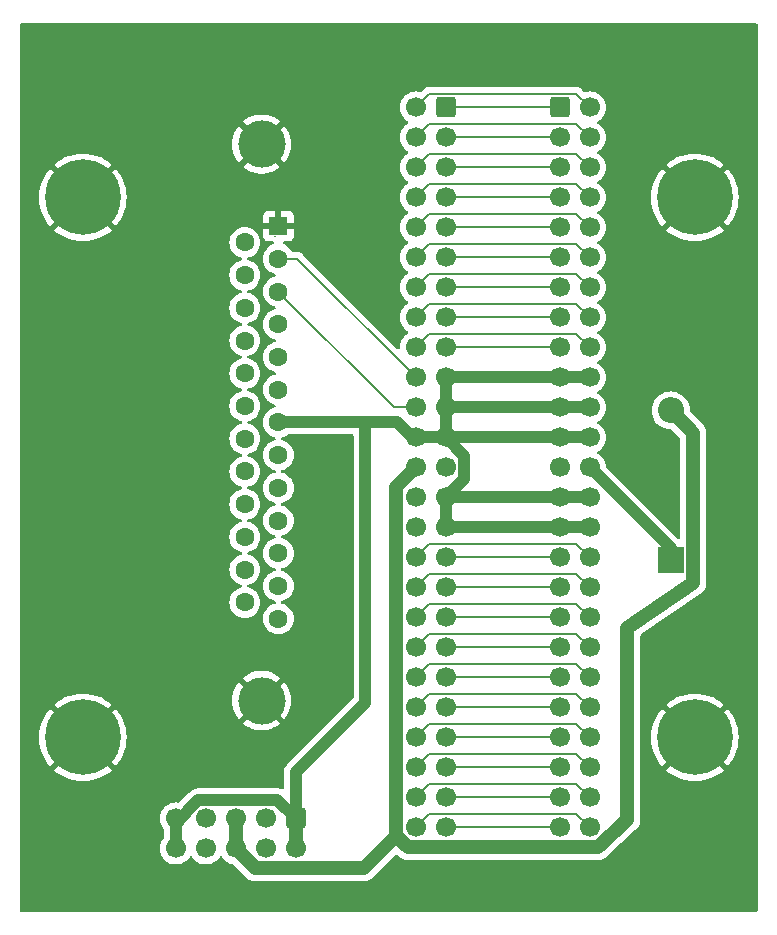
<source format=gbr>
%TF.GenerationSoftware,KiCad,Pcbnew,8.0.8*%
%TF.CreationDate,2025-02-24T20:58:23+01:00*%
%TF.ProjectId,TDSystemsVikingSCSICabkit,54445379-7374-4656-9d73-56696b696e67,rev?*%
%TF.SameCoordinates,Original*%
%TF.FileFunction,Copper,L2,Bot*%
%TF.FilePolarity,Positive*%
%FSLAX46Y46*%
G04 Gerber Fmt 4.6, Leading zero omitted, Abs format (unit mm)*
G04 Created by KiCad (PCBNEW 8.0.8) date 2025-02-24 20:58:23*
%MOMM*%
%LPD*%
G01*
G04 APERTURE LIST*
G04 Aperture macros list*
%AMRoundRect*
0 Rectangle with rounded corners*
0 $1 Rounding radius*
0 $2 $3 $4 $5 $6 $7 $8 $9 X,Y pos of 4 corners*
0 Add a 4 corners polygon primitive as box body*
4,1,4,$2,$3,$4,$5,$6,$7,$8,$9,$2,$3,0*
0 Add four circle primitives for the rounded corners*
1,1,$1+$1,$2,$3*
1,1,$1+$1,$4,$5*
1,1,$1+$1,$6,$7*
1,1,$1+$1,$8,$9*
0 Add four rect primitives between the rounded corners*
20,1,$1+$1,$2,$3,$4,$5,0*
20,1,$1+$1,$4,$5,$6,$7,0*
20,1,$1+$1,$6,$7,$8,$9,0*
20,1,$1+$1,$8,$9,$2,$3,0*%
G04 Aperture macros list end*
%TA.AperFunction,ComponentPad*%
%ADD10C,4.000000*%
%TD*%
%TA.AperFunction,ComponentPad*%
%ADD11R,1.600000X1.600000*%
%TD*%
%TA.AperFunction,ComponentPad*%
%ADD12C,1.600000*%
%TD*%
%TA.AperFunction,ComponentPad*%
%ADD13C,0.800000*%
%TD*%
%TA.AperFunction,ComponentPad*%
%ADD14C,6.400000*%
%TD*%
%TA.AperFunction,ComponentPad*%
%ADD15RoundRect,0.250000X-0.600000X-0.600000X0.600000X-0.600000X0.600000X0.600000X-0.600000X0.600000X0*%
%TD*%
%TA.AperFunction,ComponentPad*%
%ADD16C,1.700000*%
%TD*%
%TA.AperFunction,ComponentPad*%
%ADD17RoundRect,0.250000X-0.600000X0.600000X-0.600000X-0.600000X0.600000X-0.600000X0.600000X0.600000X0*%
%TD*%
%TA.AperFunction,ComponentPad*%
%ADD18R,2.200000X2.200000*%
%TD*%
%TA.AperFunction,ComponentPad*%
%ADD19O,2.200000X2.200000*%
%TD*%
%TA.AperFunction,ComponentPad*%
%ADD20RoundRect,0.250000X0.600000X0.600000X-0.600000X0.600000X-0.600000X-0.600000X0.600000X-0.600000X0*%
%TD*%
%TA.AperFunction,Conductor*%
%ADD21C,1.200000*%
%TD*%
%TA.AperFunction,Conductor*%
%ADD22C,0.200000*%
%TD*%
%TA.AperFunction,Conductor*%
%ADD23C,1.000000*%
%TD*%
G04 APERTURE END LIST*
D10*
%TO.P,J3,0,PAD*%
%TO.N,/CHASSI*%
X123340000Y-73727000D03*
X123340000Y-120827000D03*
D11*
%TO.P,J3,1,1*%
X124760000Y-80657000D03*
D12*
%TO.P,J3,2,2*%
%TO.N,Net-(J1-Pin_20)*%
X124760000Y-83427000D03*
%TO.P,J3,3,3*%
%TO.N,Net-(J1-Pin_22)*%
X124760000Y-86197000D03*
%TO.P,J3,4,4*%
%TO.N,unconnected-(J3-Pad4)*%
X124760000Y-88967000D03*
%TO.P,J3,5,5*%
%TO.N,unconnected-(J3-Pad5)*%
X124760000Y-91737000D03*
%TO.P,J3,6,6*%
%TO.N,unconnected-(J3-Pad6)*%
X124760000Y-94507000D03*
%TO.P,J3,7,7*%
%TO.N,Net-(J1-Pin_19)*%
X124760000Y-97277000D03*
%TO.P,J3,8,8*%
%TO.N,unconnected-(J3-Pad8)*%
X124760000Y-100047000D03*
%TO.P,J3,9,9*%
%TO.N,unconnected-(J3-Pad9)*%
X124760000Y-102817000D03*
%TO.P,J3,10,10*%
%TO.N,unconnected-(J3-Pad10)*%
X124760000Y-105587000D03*
%TO.P,J3,11,11*%
%TO.N,unconnected-(J3-Pad11)*%
X124760000Y-108357000D03*
%TO.P,J3,12,12*%
%TO.N,unconnected-(J3-Pad12)*%
X124760000Y-111127000D03*
%TO.P,J3,13,13*%
%TO.N,unconnected-(J3-Pad13)*%
X124760000Y-113897000D03*
%TO.P,J3,14,P14*%
%TO.N,unconnected-(J3-P14-Pad14)*%
X121920000Y-82042000D03*
%TO.P,J3,15,P15*%
%TO.N,unconnected-(J3-P15-Pad15)*%
X121920000Y-84812000D03*
%TO.P,J3,16,P16*%
%TO.N,unconnected-(J3-P16-Pad16)*%
X121920000Y-87582000D03*
%TO.P,J3,17,P17*%
%TO.N,unconnected-(J3-P17-Pad17)*%
X121920000Y-90352000D03*
%TO.P,J3,18,P18*%
%TO.N,unconnected-(J3-P18-Pad18)*%
X121920000Y-93122000D03*
%TO.P,J3,19,P19*%
%TO.N,unconnected-(J3-P19-Pad19)*%
X121920000Y-95892000D03*
%TO.P,J3,20,P20*%
%TO.N,unconnected-(J3-P20-Pad20)*%
X121920000Y-98662000D03*
%TO.P,J3,21,P21*%
%TO.N,unconnected-(J3-P21-Pad21)*%
X121920000Y-101432000D03*
%TO.P,J3,22,P22*%
%TO.N,unconnected-(J3-P22-Pad22)*%
X121920000Y-104202000D03*
%TO.P,J3,23,P23*%
%TO.N,unconnected-(J3-P23-Pad23)*%
X121920000Y-106972000D03*
%TO.P,J3,24,P24*%
%TO.N,unconnected-(J3-P24-Pad24)*%
X121920000Y-109742000D03*
%TO.P,J3,25,P25*%
%TO.N,unconnected-(J3-P25-Pad25)*%
X121920000Y-112512000D03*
%TD*%
D13*
%TO.P,H4,1,1*%
%TO.N,/CHASSI*%
X105804000Y-123952000D03*
X106506944Y-122254944D03*
X106506944Y-125649056D03*
X108204000Y-121552000D03*
D14*
X108204000Y-123952000D03*
D13*
X108204000Y-126352000D03*
X109901056Y-122254944D03*
X109901056Y-125649056D03*
X110604000Y-123952000D03*
%TD*%
%TO.P,H2,1,1*%
%TO.N,/CHASSI*%
X157620000Y-78232000D03*
X158322944Y-76534944D03*
X158322944Y-79929056D03*
X160020000Y-75832000D03*
D14*
X160020000Y-78232000D03*
D13*
X160020000Y-80632000D03*
X161717056Y-76534944D03*
X161717056Y-79929056D03*
X162420000Y-78232000D03*
%TD*%
%TO.P,H3,1,1*%
%TO.N,/CHASSI*%
X105804000Y-78232000D03*
X106506944Y-76534944D03*
X106506944Y-79929056D03*
X108204000Y-75832000D03*
D14*
X108204000Y-78232000D03*
D13*
X108204000Y-80632000D03*
X109901056Y-76534944D03*
X109901056Y-79929056D03*
X110604000Y-78232000D03*
%TD*%
D15*
%TO.P,J2,1,Pin_1*%
%TO.N,Net-(J1-Pin_1)*%
X148590000Y-70612000D03*
D16*
%TO.P,J2,2,Pin_2*%
%TO.N,Net-(J1-Pin_2)*%
X151130000Y-70612000D03*
%TO.P,J2,3,Pin_3*%
%TO.N,Net-(J1-Pin_3)*%
X148590000Y-73152000D03*
%TO.P,J2,4,Pin_4*%
%TO.N,Net-(J1-Pin_4)*%
X151130000Y-73152000D03*
%TO.P,J2,5,Pin_5*%
%TO.N,Net-(J1-Pin_5)*%
X148590000Y-75692000D03*
%TO.P,J2,6,Pin_6*%
%TO.N,Net-(J1-Pin_6)*%
X151130000Y-75692000D03*
%TO.P,J2,7,Pin_7*%
%TO.N,Net-(J1-Pin_7)*%
X148590000Y-78232000D03*
%TO.P,J2,8,Pin_8*%
%TO.N,Net-(J1-Pin_8)*%
X151130000Y-78232000D03*
%TO.P,J2,9,Pin_9*%
%TO.N,Net-(J1-Pin_9)*%
X148590000Y-80772000D03*
%TO.P,J2,10,Pin_10*%
%TO.N,Net-(J1-Pin_10)*%
X151130000Y-80772000D03*
%TO.P,J2,11,Pin_11*%
%TO.N,Net-(J1-Pin_11)*%
X148590000Y-83312000D03*
%TO.P,J2,12,Pin_12*%
%TO.N,Net-(J1-Pin_12)*%
X151130000Y-83312000D03*
%TO.P,J2,13,Pin_13*%
%TO.N,Net-(J1-Pin_13)*%
X148590000Y-85852000D03*
%TO.P,J2,14,Pin_14*%
%TO.N,Net-(J1-Pin_14)*%
X151130000Y-85852000D03*
%TO.P,J2,15,Pin_15*%
%TO.N,Net-(J1-Pin_15)*%
X148590000Y-88392000D03*
%TO.P,J2,16,Pin_16*%
%TO.N,Net-(J1-Pin_16)*%
X151130000Y-88392000D03*
%TO.P,J2,17,Pin_17*%
%TO.N,Net-(J1-Pin_17)*%
X148590000Y-90932000D03*
%TO.P,J2,18,Pin_18*%
%TO.N,Net-(J1-Pin_18)*%
X151130000Y-90932000D03*
%TO.P,J2,19,Pin_19*%
%TO.N,Net-(J1-Pin_19)*%
X148590000Y-93472000D03*
%TO.P,J2,20,Pin_20*%
X151130000Y-93472000D03*
%TO.P,J2,21,Pin_21*%
X148590000Y-96012000D03*
%TO.P,J2,22,Pin_22*%
X151130000Y-96012000D03*
%TO.P,J2,23,Pin_23*%
X148590000Y-98552000D03*
%TO.P,J2,24,Pin_24*%
X151130000Y-98552000D03*
%TO.P,J2,25,Pin_25*%
%TO.N,unconnected-(J2-Pin_25-Pad25)*%
X148590000Y-101092000D03*
%TO.P,J2,26,Pin_26*%
%TO.N,Net-(D1-K)*%
X151130000Y-101092000D03*
%TO.P,J2,27,Pin_27*%
%TO.N,Net-(J1-Pin_19)*%
X148590000Y-103632000D03*
%TO.P,J2,28,Pin_28*%
X151130000Y-103632000D03*
%TO.P,J2,29,Pin_29*%
X148590000Y-106172000D03*
%TO.P,J2,30,Pin_30*%
X151130000Y-106172000D03*
%TO.P,J2,31,Pin_31*%
%TO.N,Net-(J1-Pin_31)*%
X148590000Y-108712000D03*
%TO.P,J2,32,Pin_32*%
%TO.N,Net-(J1-Pin_32)*%
X151130000Y-108712000D03*
%TO.P,J2,33,Pin_33*%
%TO.N,Net-(J1-Pin_33)*%
X148590000Y-111252000D03*
%TO.P,J2,34,Pin_34*%
%TO.N,Net-(J1-Pin_34)*%
X151130000Y-111252000D03*
%TO.P,J2,35,Pin_35*%
%TO.N,Net-(J1-Pin_35)*%
X148590000Y-113792000D03*
%TO.P,J2,36,Pin_36*%
%TO.N,Net-(J1-Pin_36)*%
X151130000Y-113792000D03*
%TO.P,J2,37,Pin_37*%
%TO.N,Net-(J1-Pin_37)*%
X148590000Y-116332000D03*
%TO.P,J2,38,Pin_38*%
%TO.N,Net-(J1-Pin_38)*%
X151130000Y-116332000D03*
%TO.P,J2,39,Pin_39*%
%TO.N,Net-(J1-Pin_39)*%
X148590000Y-118872000D03*
%TO.P,J2,40,Pin_40*%
%TO.N,Net-(J1-Pin_40)*%
X151130000Y-118872000D03*
%TO.P,J2,41,Pin_41*%
%TO.N,Net-(J1-Pin_41)*%
X148590000Y-121412000D03*
%TO.P,J2,42,Pin_42*%
%TO.N,Net-(J1-Pin_42)*%
X151130000Y-121412000D03*
%TO.P,J2,43,Pin_43*%
%TO.N,Net-(J1-Pin_43)*%
X148590000Y-123952000D03*
%TO.P,J2,44,Pin_44*%
%TO.N,Net-(J1-Pin_44)*%
X151130000Y-123952000D03*
%TO.P,J2,45,Pin_45*%
%TO.N,Net-(J1-Pin_45)*%
X148590000Y-126492000D03*
%TO.P,J2,46,Pin_46*%
%TO.N,Net-(J1-Pin_46)*%
X151130000Y-126492000D03*
%TO.P,J2,47,Pin_47*%
%TO.N,Net-(J1-Pin_47)*%
X148590000Y-129032000D03*
%TO.P,J2,48,Pin_48*%
%TO.N,Net-(J1-Pin_48)*%
X151130000Y-129032000D03*
%TO.P,J2,49,Pin_49*%
%TO.N,Net-(J1-Pin_49)*%
X148590000Y-131572000D03*
%TO.P,J2,50,Pin_50*%
%TO.N,Net-(J1-Pin_50)*%
X151130000Y-131572000D03*
%TD*%
D17*
%TO.P,J4,1,Pin_1*%
%TO.N,Net-(J1-Pin_19)*%
X126238000Y-130810000D03*
D16*
%TO.P,J4,2,Pin_2*%
X126238000Y-133350000D03*
%TO.P,J4,3,Pin_3*%
%TO.N,Net-(J1-Pin_28)*%
X123698000Y-130810000D03*
%TO.P,J4,4,Pin_4*%
%TO.N,Net-(J1-Pin_30)*%
X123698000Y-133350000D03*
%TO.P,J4,5,Pin_5*%
%TO.N,Net-(D1-A)*%
X121158000Y-130810000D03*
%TO.P,J4,6,Pin_6*%
X121158000Y-133350000D03*
%TO.P,J4,7,Pin_7*%
%TO.N,unconnected-(J4-Pin_7-Pad7)*%
X118618000Y-130810000D03*
%TO.P,J4,8,Pin_8*%
%TO.N,unconnected-(J4-Pin_8-Pad8)*%
X118618000Y-133350000D03*
%TO.P,J4,9,Pin_9*%
%TO.N,Net-(J1-Pin_19)*%
X116078000Y-130810000D03*
%TO.P,J4,10,Pin_10*%
X116078000Y-133350000D03*
%TD*%
D13*
%TO.P,H1,1,1*%
%TO.N,/CHASSI*%
X157620000Y-123952000D03*
X158322944Y-122254944D03*
X158322944Y-125649056D03*
X160020000Y-121552000D03*
D14*
X160020000Y-123952000D03*
D13*
X160020000Y-126352000D03*
X161717056Y-122254944D03*
X161717056Y-125649056D03*
X162420000Y-123952000D03*
%TD*%
D18*
%TO.P,D1,1,K*%
%TO.N,Net-(D1-K)*%
X157988000Y-108966000D03*
D19*
%TO.P,D1,2,A*%
%TO.N,Net-(D1-A)*%
X157988000Y-96266000D03*
%TD*%
D20*
%TO.P,J1,1,Pin_1*%
%TO.N,Net-(J1-Pin_1)*%
X138938000Y-70612000D03*
D16*
%TO.P,J1,2,Pin_2*%
%TO.N,Net-(J1-Pin_2)*%
X136398000Y-70612000D03*
%TO.P,J1,3,Pin_3*%
%TO.N,Net-(J1-Pin_3)*%
X138938000Y-73152000D03*
%TO.P,J1,4,Pin_4*%
%TO.N,Net-(J1-Pin_4)*%
X136398000Y-73152000D03*
%TO.P,J1,5,Pin_5*%
%TO.N,Net-(J1-Pin_5)*%
X138938000Y-75692000D03*
%TO.P,J1,6,Pin_6*%
%TO.N,Net-(J1-Pin_6)*%
X136398000Y-75692000D03*
%TO.P,J1,7,Pin_7*%
%TO.N,Net-(J1-Pin_7)*%
X138938000Y-78232000D03*
%TO.P,J1,8,Pin_8*%
%TO.N,Net-(J1-Pin_8)*%
X136398000Y-78232000D03*
%TO.P,J1,9,Pin_9*%
%TO.N,Net-(J1-Pin_9)*%
X138938000Y-80772000D03*
%TO.P,J1,10,Pin_10*%
%TO.N,Net-(J1-Pin_10)*%
X136398000Y-80772000D03*
%TO.P,J1,11,Pin_11*%
%TO.N,Net-(J1-Pin_11)*%
X138938000Y-83312000D03*
%TO.P,J1,12,Pin_12*%
%TO.N,Net-(J1-Pin_12)*%
X136398000Y-83312000D03*
%TO.P,J1,13,Pin_13*%
%TO.N,Net-(J1-Pin_13)*%
X138938000Y-85852000D03*
%TO.P,J1,14,Pin_14*%
%TO.N,Net-(J1-Pin_14)*%
X136398000Y-85852000D03*
%TO.P,J1,15,Pin_15*%
%TO.N,Net-(J1-Pin_15)*%
X138938000Y-88392000D03*
%TO.P,J1,16,Pin_16*%
%TO.N,Net-(J1-Pin_16)*%
X136398000Y-88392000D03*
%TO.P,J1,17,Pin_17*%
%TO.N,Net-(J1-Pin_17)*%
X138938000Y-90932000D03*
%TO.P,J1,18,Pin_18*%
%TO.N,Net-(J1-Pin_18)*%
X136398000Y-90932000D03*
%TO.P,J1,19,Pin_19*%
%TO.N,Net-(J1-Pin_19)*%
X138938000Y-93472000D03*
%TO.P,J1,20,Pin_20*%
%TO.N,Net-(J1-Pin_20)*%
X136398000Y-93472000D03*
%TO.P,J1,21,Pin_21*%
%TO.N,Net-(J1-Pin_19)*%
X138938000Y-96012000D03*
%TO.P,J1,22,Pin_22*%
%TO.N,Net-(J1-Pin_22)*%
X136398000Y-96012000D03*
%TO.P,J1,23,Pin_23*%
%TO.N,Net-(J1-Pin_19)*%
X138938000Y-98552000D03*
%TO.P,J1,24,Pin_24*%
X136398000Y-98552000D03*
%TO.P,J1,25,Pin_25*%
%TO.N,unconnected-(J1-Pin_25-Pad25)*%
X138938000Y-101092000D03*
%TO.P,J1,26,Pin_26*%
%TO.N,Net-(D1-A)*%
X136398000Y-101092000D03*
%TO.P,J1,27,Pin_27*%
%TO.N,Net-(J1-Pin_19)*%
X138938000Y-103632000D03*
%TO.P,J1,28,Pin_28*%
%TO.N,Net-(J1-Pin_28)*%
X136398000Y-103632000D03*
%TO.P,J1,29,Pin_29*%
%TO.N,Net-(J1-Pin_19)*%
X138938000Y-106172000D03*
%TO.P,J1,30,Pin_30*%
%TO.N,Net-(J1-Pin_30)*%
X136398000Y-106172000D03*
%TO.P,J1,31,Pin_31*%
%TO.N,Net-(J1-Pin_31)*%
X138938000Y-108712000D03*
%TO.P,J1,32,Pin_32*%
%TO.N,Net-(J1-Pin_32)*%
X136398000Y-108712000D03*
%TO.P,J1,33,Pin_33*%
%TO.N,Net-(J1-Pin_33)*%
X138938000Y-111252000D03*
%TO.P,J1,34,Pin_34*%
%TO.N,Net-(J1-Pin_34)*%
X136398000Y-111252000D03*
%TO.P,J1,35,Pin_35*%
%TO.N,Net-(J1-Pin_35)*%
X138938000Y-113792000D03*
%TO.P,J1,36,Pin_36*%
%TO.N,Net-(J1-Pin_36)*%
X136398000Y-113792000D03*
%TO.P,J1,37,Pin_37*%
%TO.N,Net-(J1-Pin_37)*%
X138938000Y-116332000D03*
%TO.P,J1,38,Pin_38*%
%TO.N,Net-(J1-Pin_38)*%
X136398000Y-116332000D03*
%TO.P,J1,39,Pin_39*%
%TO.N,Net-(J1-Pin_39)*%
X138938000Y-118872000D03*
%TO.P,J1,40,Pin_40*%
%TO.N,Net-(J1-Pin_40)*%
X136398000Y-118872000D03*
%TO.P,J1,41,Pin_41*%
%TO.N,Net-(J1-Pin_41)*%
X138938000Y-121412000D03*
%TO.P,J1,42,Pin_42*%
%TO.N,Net-(J1-Pin_42)*%
X136398000Y-121412000D03*
%TO.P,J1,43,Pin_43*%
%TO.N,Net-(J1-Pin_43)*%
X138938000Y-123952000D03*
%TO.P,J1,44,Pin_44*%
%TO.N,Net-(J1-Pin_44)*%
X136398000Y-123952000D03*
%TO.P,J1,45,Pin_45*%
%TO.N,Net-(J1-Pin_45)*%
X138938000Y-126492000D03*
%TO.P,J1,46,Pin_46*%
%TO.N,Net-(J1-Pin_46)*%
X136398000Y-126492000D03*
%TO.P,J1,47,Pin_47*%
%TO.N,Net-(J1-Pin_47)*%
X138938000Y-129032000D03*
%TO.P,J1,48,Pin_48*%
%TO.N,Net-(J1-Pin_48)*%
X136398000Y-129032000D03*
%TO.P,J1,49,Pin_49*%
%TO.N,Net-(J1-Pin_49)*%
X138938000Y-131572000D03*
%TO.P,J1,50,Pin_50*%
%TO.N,Net-(J1-Pin_50)*%
X136398000Y-131572000D03*
%TD*%
D21*
%TO.N,Net-(D1-A)*%
X134748000Y-132255453D02*
X135715547Y-133223000D01*
X151812453Y-133223000D02*
X154305000Y-130937000D01*
X154305000Y-130937000D02*
X154305000Y-114681000D01*
X159893000Y-98171000D02*
X157988000Y-96266000D01*
X135715547Y-133223000D02*
X151812453Y-133223000D01*
X154305000Y-114681000D02*
X159893000Y-110861000D01*
X159893000Y-110861000D02*
X159893000Y-98171000D01*
%TO.N,Net-(J1-Pin_19)*%
X126238000Y-133350000D02*
X126238000Y-130810000D01*
%TO.N,Net-(D1-A)*%
X134748000Y-132255453D02*
X132003453Y-135000000D01*
X132003453Y-135000000D02*
X122808000Y-135000000D01*
X122808000Y-135000000D02*
X121158000Y-133350000D01*
X121158000Y-133350000D02*
X121158000Y-130810000D01*
X136398000Y-101092000D02*
X134748000Y-102742000D01*
X134748000Y-102742000D02*
X134748000Y-132255453D01*
D22*
%TO.N,Net-(J1-Pin_20)*%
X136398000Y-93472000D02*
X126353000Y-83427000D01*
X126353000Y-83427000D02*
X124760000Y-83427000D01*
%TO.N,Net-(J1-Pin_22)*%
X136398000Y-96012000D02*
X134575000Y-96012000D01*
X134575000Y-96012000D02*
X124760000Y-86197000D01*
D23*
%TO.N,Net-(J1-Pin_19)*%
X134818200Y-97277000D02*
X132130800Y-97277000D01*
X132130800Y-97277000D02*
X124760000Y-97277000D01*
X126238000Y-130810000D02*
X126238000Y-126898400D01*
X126238000Y-126898400D02*
X132130800Y-121005600D01*
X132130800Y-121005600D02*
X132130800Y-97277000D01*
X136398000Y-98552000D02*
X136093200Y-98552000D01*
X136093200Y-98552000D02*
X134818200Y-97277000D01*
%TO.N,Net-(D1-K)*%
X151130000Y-101092000D02*
X157988000Y-107950000D01*
X157988000Y-107950000D02*
X157988000Y-108966000D01*
D22*
%TO.N,Net-(J1-Pin_14)*%
X149980000Y-84702000D02*
X151130000Y-85852000D01*
X136398000Y-85852000D02*
X137548000Y-84702000D01*
X137548000Y-84702000D02*
X149980000Y-84702000D01*
%TO.N,Net-(J1-Pin_42)*%
X137548000Y-120262000D02*
X149980000Y-120262000D01*
X136398000Y-121412000D02*
X137548000Y-120262000D01*
X149980000Y-120262000D02*
X151130000Y-121412000D01*
%TO.N,Net-(J1-Pin_45)*%
X138938000Y-126492000D02*
X148590000Y-126492000D01*
%TO.N,Net-(J1-Pin_34)*%
X136398000Y-111252000D02*
X137548000Y-110102000D01*
X137548000Y-110102000D02*
X149980000Y-110102000D01*
X149980000Y-110102000D02*
X151130000Y-111252000D01*
%TO.N,Net-(J1-Pin_46)*%
X149980000Y-125342000D02*
X151130000Y-126492000D01*
X137548000Y-125342000D02*
X149980000Y-125342000D01*
X136398000Y-126492000D02*
X137548000Y-125342000D01*
%TO.N,Net-(J1-Pin_38)*%
X136398000Y-116332000D02*
X137548000Y-115182000D01*
X149980000Y-115182000D02*
X151130000Y-116332000D01*
X137548000Y-115182000D02*
X149980000Y-115182000D01*
%TO.N,Net-(J1-Pin_8)*%
X149980000Y-77082000D02*
X151130000Y-78232000D01*
X136398000Y-78232000D02*
X137548000Y-77082000D01*
X137548000Y-77082000D02*
X149980000Y-77082000D01*
D23*
%TO.N,Net-(J1-Pin_19)*%
X138938000Y-106172000D02*
X138938000Y-103632000D01*
X138938000Y-103632000D02*
X151130000Y-103632000D01*
X138938000Y-98552000D02*
X151130000Y-98552000D01*
X140488000Y-100102000D02*
X138938000Y-98552000D01*
X138938000Y-106172000D02*
X151130000Y-106172000D01*
X116078000Y-131157968D02*
X117975968Y-129260000D01*
X138938000Y-103632000D02*
X140488000Y-102082000D01*
X138938000Y-93472000D02*
X151130000Y-93472000D01*
X138938000Y-98552000D02*
X138938000Y-93472000D01*
X138938000Y-96012000D02*
X151130000Y-96012000D01*
X138938000Y-98552000D02*
X136398000Y-98552000D01*
X124688000Y-129260000D02*
X126238000Y-130810000D01*
X117975968Y-129260000D02*
X124688000Y-129260000D01*
X140488000Y-102082000D02*
X140488000Y-100102000D01*
X116078000Y-133350000D02*
X116078000Y-131157968D01*
D22*
%TO.N,Net-(J1-Pin_16)*%
X136398000Y-88392000D02*
X137548000Y-87242000D01*
X149980000Y-87242000D02*
X151130000Y-88392000D01*
X137548000Y-87242000D02*
X149980000Y-87242000D01*
%TO.N,Net-(J1-Pin_11)*%
X138938000Y-83312000D02*
X148590000Y-83312000D01*
%TO.N,Net-(J1-Pin_17)*%
X138938000Y-90932000D02*
X148590000Y-90932000D01*
%TO.N,Net-(J1-Pin_43)*%
X138938000Y-123952000D02*
X148590000Y-123952000D01*
%TO.N,Net-(J1-Pin_6)*%
X136398000Y-75692000D02*
X137548000Y-74542000D01*
X137548000Y-74542000D02*
X149980000Y-74542000D01*
X149980000Y-74542000D02*
X151130000Y-75692000D01*
%TO.N,/CHASSI*%
X124460000Y-81534000D02*
X124460000Y-81510000D01*
%TO.N,Net-(J1-Pin_41)*%
X138938000Y-121412000D02*
X148590000Y-121412000D01*
%TO.N,Net-(J1-Pin_3)*%
X138938000Y-73152000D02*
X148590000Y-73152000D01*
%TO.N,Net-(J1-Pin_50)*%
X149980000Y-130422000D02*
X151130000Y-131572000D01*
X136398000Y-131572000D02*
X137548000Y-130422000D01*
X137548000Y-130422000D02*
X149980000Y-130422000D01*
%TO.N,Net-(J1-Pin_49)*%
X138938000Y-131572000D02*
X148590000Y-131572000D01*
%TO.N,Net-(J1-Pin_33)*%
X138938000Y-111252000D02*
X148590000Y-111252000D01*
%TO.N,Net-(J1-Pin_37)*%
X138938000Y-116332000D02*
X148590000Y-116332000D01*
%TO.N,Net-(J1-Pin_15)*%
X138938000Y-88392000D02*
X148590000Y-88392000D01*
%TO.N,Net-(J1-Pin_39)*%
X138938000Y-118872000D02*
X148590000Y-118872000D01*
%TO.N,Net-(J1-Pin_4)*%
X149980000Y-72002000D02*
X151130000Y-73152000D01*
X137548000Y-72002000D02*
X149980000Y-72002000D01*
X136398000Y-73152000D02*
X137548000Y-72002000D01*
%TO.N,Net-(J1-Pin_1)*%
X138938000Y-70612000D02*
X148590000Y-70612000D01*
%TO.N,Net-(J1-Pin_36)*%
X149980000Y-112642000D02*
X137548000Y-112642000D01*
X137548000Y-112642000D02*
X136398000Y-113792000D01*
X151130000Y-113792000D02*
X149980000Y-112642000D01*
%TO.N,Net-(J1-Pin_35)*%
X138938000Y-113792000D02*
X148590000Y-113792000D01*
%TO.N,Net-(J1-Pin_13)*%
X138938000Y-85852000D02*
X148590000Y-85852000D01*
%TO.N,Net-(J1-Pin_48)*%
X149980000Y-127882000D02*
X137548000Y-127882000D01*
X151130000Y-129032000D02*
X149980000Y-127882000D01*
X137548000Y-127882000D02*
X136398000Y-129032000D01*
%TO.N,Net-(J1-Pin_12)*%
X149980000Y-82162000D02*
X151130000Y-83312000D01*
X137548000Y-82162000D02*
X149980000Y-82162000D01*
X136398000Y-83312000D02*
X137548000Y-82162000D01*
%TO.N,Net-(J1-Pin_5)*%
X138938000Y-75692000D02*
X148590000Y-75692000D01*
%TO.N,Net-(J1-Pin_2)*%
X149980000Y-69462000D02*
X151130000Y-70612000D01*
X137548000Y-69462000D02*
X149980000Y-69462000D01*
X136398000Y-70612000D02*
X137548000Y-69462000D01*
%TO.N,Net-(J1-Pin_10)*%
X137548000Y-79622000D02*
X149980000Y-79622000D01*
X149980000Y-79622000D02*
X151130000Y-80772000D01*
X136398000Y-80772000D02*
X137548000Y-79622000D01*
%TO.N,Net-(J1-Pin_40)*%
X137548000Y-117722000D02*
X136398000Y-118872000D01*
X149980000Y-117722000D02*
X137548000Y-117722000D01*
X151130000Y-118872000D02*
X149980000Y-117722000D01*
%TO.N,Net-(J1-Pin_44)*%
X149980000Y-122802000D02*
X137548000Y-122802000D01*
X151130000Y-123952000D02*
X149980000Y-122802000D01*
X137548000Y-122802000D02*
X136398000Y-123952000D01*
%TO.N,Net-(J1-Pin_9)*%
X138938000Y-80772000D02*
X148590000Y-80772000D01*
%TO.N,Net-(J1-Pin_47)*%
X138938000Y-129032000D02*
X148590000Y-129032000D01*
%TO.N,Net-(J1-Pin_31)*%
X138938000Y-108712000D02*
X148590000Y-108712000D01*
%TO.N,Net-(J1-Pin_32)*%
X151130000Y-108712000D02*
X149980000Y-107562000D01*
X137548000Y-107562000D02*
X136398000Y-108712000D01*
X149980000Y-107562000D02*
X137548000Y-107562000D01*
%TO.N,Net-(J1-Pin_7)*%
X138938000Y-78232000D02*
X148590000Y-78232000D01*
%TO.N,Net-(J1-Pin_18)*%
X149980000Y-89782000D02*
X151130000Y-90932000D01*
X136398000Y-90932000D02*
X137548000Y-89782000D01*
X137548000Y-89782000D02*
X149980000Y-89782000D01*
%TD*%
%TA.AperFunction,Conductor*%
%TO.N,/CHASSI*%
G36*
X165304539Y-63512185D02*
G01*
X165350294Y-63564989D01*
X165361500Y-63616500D01*
X165361500Y-138567500D01*
X165341815Y-138634539D01*
X165289011Y-138680294D01*
X165237500Y-138691500D01*
X102986500Y-138691500D01*
X102919461Y-138671815D01*
X102873706Y-138619011D01*
X102862500Y-138567500D01*
X102862500Y-130809999D01*
X114722341Y-130809999D01*
X114722341Y-130810000D01*
X114742936Y-131045403D01*
X114742938Y-131045413D01*
X114804094Y-131273655D01*
X114804096Y-131273659D01*
X114804097Y-131273663D01*
X114890991Y-131460008D01*
X114903965Y-131487830D01*
X114903967Y-131487834D01*
X115010670Y-131640220D01*
X115039504Y-131681400D01*
X115039506Y-131681402D01*
X115041181Y-131683077D01*
X115041682Y-131683995D01*
X115042982Y-131685544D01*
X115042670Y-131685805D01*
X115074666Y-131744400D01*
X115077500Y-131770758D01*
X115077500Y-132389241D01*
X115057815Y-132456280D01*
X115041181Y-132476922D01*
X115039505Y-132478597D01*
X114903965Y-132672169D01*
X114903964Y-132672171D01*
X114804098Y-132886335D01*
X114804094Y-132886344D01*
X114742938Y-133114586D01*
X114742936Y-133114596D01*
X114722341Y-133349999D01*
X114722341Y-133350000D01*
X114742936Y-133585403D01*
X114742938Y-133585413D01*
X114804094Y-133813655D01*
X114804096Y-133813659D01*
X114804097Y-133813663D01*
X114844124Y-133899500D01*
X114903965Y-134027830D01*
X114903967Y-134027834D01*
X114999472Y-134164228D01*
X115039505Y-134221401D01*
X115206599Y-134388495D01*
X115303384Y-134456265D01*
X115400165Y-134524032D01*
X115400167Y-134524033D01*
X115400170Y-134524035D01*
X115614337Y-134623903D01*
X115842592Y-134685063D01*
X116030918Y-134701539D01*
X116077999Y-134705659D01*
X116078000Y-134705659D01*
X116078001Y-134705659D01*
X116117234Y-134702226D01*
X116313408Y-134685063D01*
X116541663Y-134623903D01*
X116755830Y-134524035D01*
X116949401Y-134388495D01*
X117116495Y-134221401D01*
X117246425Y-134035842D01*
X117301002Y-133992217D01*
X117370500Y-133985023D01*
X117432855Y-134016546D01*
X117449575Y-134035842D01*
X117579500Y-134221395D01*
X117579505Y-134221401D01*
X117746599Y-134388495D01*
X117843384Y-134456265D01*
X117940165Y-134524032D01*
X117940167Y-134524033D01*
X117940170Y-134524035D01*
X118154337Y-134623903D01*
X118382592Y-134685063D01*
X118570918Y-134701539D01*
X118617999Y-134705659D01*
X118618000Y-134705659D01*
X118618001Y-134705659D01*
X118657234Y-134702226D01*
X118853408Y-134685063D01*
X119081663Y-134623903D01*
X119295830Y-134524035D01*
X119489401Y-134388495D01*
X119656495Y-134221401D01*
X119786425Y-134035842D01*
X119841002Y-133992217D01*
X119910500Y-133985023D01*
X119972855Y-134016546D01*
X119989575Y-134035842D01*
X120119500Y-134221395D01*
X120119505Y-134221401D01*
X120286599Y-134388495D01*
X120383384Y-134456265D01*
X120480165Y-134524032D01*
X120480167Y-134524033D01*
X120480170Y-134524035D01*
X120694337Y-134623903D01*
X120909800Y-134681635D01*
X120965386Y-134713728D01*
X122091072Y-135839414D01*
X122231212Y-135941232D01*
X122304131Y-135978386D01*
X122385549Y-136019871D01*
X122385551Y-136019871D01*
X122385554Y-136019873D01*
X122550299Y-136073402D01*
X122721389Y-136100500D01*
X122721390Y-136100500D01*
X132090063Y-136100500D01*
X132090064Y-136100500D01*
X132261154Y-136073402D01*
X132425898Y-136019873D01*
X132580241Y-135941232D01*
X132720381Y-135839414D01*
X134660319Y-133899476D01*
X134721642Y-133865991D01*
X134791334Y-133870975D01*
X134835681Y-133899476D01*
X134876133Y-133939928D01*
X134998619Y-134062414D01*
X135138759Y-134164232D01*
X135293102Y-134242873D01*
X135457846Y-134296402D01*
X135628936Y-134323500D01*
X151786004Y-134323500D01*
X151791358Y-134323615D01*
X151851459Y-134326214D01*
X151868167Y-134324303D01*
X151882256Y-134323500D01*
X151899061Y-134323500D01*
X151899064Y-134323500D01*
X151958506Y-134314084D01*
X151963764Y-134313367D01*
X152023560Y-134306529D01*
X152039758Y-134302028D01*
X152053539Y-134299032D01*
X152070154Y-134296402D01*
X152127399Y-134277801D01*
X152132450Y-134276279D01*
X152190463Y-134260164D01*
X152205765Y-134253181D01*
X152218902Y-134248069D01*
X152234898Y-134242873D01*
X152288508Y-134215556D01*
X152293304Y-134213242D01*
X152348057Y-134188262D01*
X152362075Y-134178973D01*
X152374261Y-134171864D01*
X152389241Y-134164232D01*
X152437915Y-134128867D01*
X152442307Y-134125819D01*
X152492463Y-134092591D01*
X152504856Y-134081223D01*
X152515777Y-134072296D01*
X152529381Y-134062414D01*
X152571931Y-134019862D01*
X152575753Y-134016201D01*
X154997411Y-131795216D01*
X155008314Y-131786304D01*
X155021928Y-131776414D01*
X155064475Y-131733865D01*
X155068296Y-131730205D01*
X155112672Y-131689508D01*
X155123138Y-131676336D01*
X155132518Y-131665823D01*
X155144414Y-131653928D01*
X155179824Y-131605188D01*
X155182979Y-131601037D01*
X155220446Y-131553895D01*
X155228722Y-131539249D01*
X155236344Y-131527396D01*
X155246232Y-131513788D01*
X155273570Y-131460131D01*
X155276064Y-131455487D01*
X155305679Y-131403093D01*
X155311558Y-131387343D01*
X155317246Y-131374411D01*
X155324873Y-131359445D01*
X155343469Y-131302209D01*
X155345218Y-131297201D01*
X155366272Y-131240816D01*
X155366273Y-131240814D01*
X155369616Y-131224341D01*
X155373204Y-131210695D01*
X155378402Y-131194701D01*
X155387817Y-131135248D01*
X155388761Y-131130022D01*
X155400733Y-131071053D01*
X155401459Y-131054241D01*
X155402866Y-131040236D01*
X155405500Y-131023611D01*
X155405500Y-130963449D01*
X155405616Y-130958093D01*
X155408214Y-130897998D01*
X155407776Y-130894171D01*
X155406303Y-130881284D01*
X155405500Y-130867196D01*
X155405500Y-123951999D01*
X156314922Y-123951999D01*
X156314922Y-123952000D01*
X156335219Y-124339287D01*
X156395886Y-124722323D01*
X156395887Y-124722330D01*
X156496262Y-125096936D01*
X156635244Y-125458994D01*
X156811310Y-125804543D01*
X157022523Y-126129783D01*
X157022525Y-126129785D01*
X157231096Y-126387348D01*
X158725747Y-124892697D01*
X158799588Y-124994330D01*
X158977670Y-125172412D01*
X159079301Y-125246251D01*
X157584650Y-126740902D01*
X157842214Y-126949475D01*
X157842216Y-126949476D01*
X158167456Y-127160689D01*
X158513005Y-127336755D01*
X158875063Y-127475737D01*
X159249669Y-127576112D01*
X159249676Y-127576113D01*
X159632712Y-127636780D01*
X160019999Y-127657078D01*
X160020001Y-127657078D01*
X160407287Y-127636780D01*
X160790323Y-127576113D01*
X160790330Y-127576112D01*
X161164936Y-127475737D01*
X161526994Y-127336755D01*
X161872543Y-127160689D01*
X162197771Y-126949484D01*
X162197784Y-126949474D01*
X162455348Y-126740902D01*
X160960698Y-125246252D01*
X161062330Y-125172412D01*
X161240412Y-124994330D01*
X161314252Y-124892698D01*
X162808902Y-126387348D01*
X163017474Y-126129784D01*
X163017484Y-126129771D01*
X163228689Y-125804543D01*
X163404755Y-125458994D01*
X163543737Y-125096936D01*
X163644112Y-124722330D01*
X163644113Y-124722323D01*
X163704780Y-124339287D01*
X163725078Y-123952000D01*
X163725078Y-123951999D01*
X163704780Y-123564712D01*
X163644113Y-123181676D01*
X163644112Y-123181669D01*
X163543737Y-122807063D01*
X163404755Y-122445005D01*
X163228689Y-122099456D01*
X163017476Y-121774216D01*
X163017475Y-121774214D01*
X162808902Y-121516650D01*
X161314251Y-123011301D01*
X161240412Y-122909670D01*
X161062330Y-122731588D01*
X160960698Y-122657748D01*
X162455349Y-121163096D01*
X162197785Y-120954525D01*
X162197783Y-120954523D01*
X161872543Y-120743310D01*
X161526994Y-120567244D01*
X161164936Y-120428262D01*
X160790330Y-120327887D01*
X160790323Y-120327886D01*
X160407287Y-120267219D01*
X160020001Y-120246922D01*
X160019999Y-120246922D01*
X159632712Y-120267219D01*
X159249676Y-120327886D01*
X159249669Y-120327887D01*
X158875063Y-120428262D01*
X158513005Y-120567244D01*
X158167456Y-120743310D01*
X157842206Y-120954531D01*
X157584649Y-121163095D01*
X157584649Y-121163096D01*
X159079301Y-122657748D01*
X158977670Y-122731588D01*
X158799588Y-122909670D01*
X158725748Y-123011301D01*
X157231096Y-121516649D01*
X157231095Y-121516649D01*
X157022531Y-121774206D01*
X156811310Y-122099456D01*
X156635244Y-122445005D01*
X156496262Y-122807063D01*
X156395887Y-123181669D01*
X156395886Y-123181676D01*
X156335219Y-123564712D01*
X156314922Y-123951999D01*
X155405500Y-123951999D01*
X155405500Y-115327194D01*
X155425185Y-115260155D01*
X155459518Y-115224829D01*
X160449081Y-111813925D01*
X160462754Y-111805815D01*
X160469788Y-111802232D01*
X160525707Y-111761603D01*
X160528567Y-111759588D01*
X160555747Y-111741007D01*
X160585554Y-111720633D01*
X160585555Y-111720632D01*
X160585555Y-111720631D01*
X160585562Y-111720627D01*
X160591296Y-111715211D01*
X160603542Y-111705052D01*
X160609928Y-111700414D01*
X160658827Y-111651513D01*
X160661235Y-111649173D01*
X160711511Y-111601703D01*
X160716328Y-111595456D01*
X160726833Y-111583508D01*
X160732414Y-111577928D01*
X160773037Y-111522013D01*
X160775125Y-111519224D01*
X160817305Y-111464540D01*
X160821086Y-111457616D01*
X160829600Y-111444162D01*
X160834232Y-111437788D01*
X160865587Y-111376246D01*
X160867239Y-111373116D01*
X160877849Y-111353692D01*
X160900340Y-111312517D01*
X160902992Y-111305085D01*
X160909296Y-111290464D01*
X160912873Y-111283445D01*
X160934215Y-111217758D01*
X160935338Y-111214462D01*
X160958571Y-111149374D01*
X160960028Y-111141617D01*
X160963964Y-111126202D01*
X160966402Y-111118701D01*
X160972818Y-111078188D01*
X160977209Y-111050468D01*
X160977816Y-111046961D01*
X160981449Y-111027635D01*
X160990564Y-110979133D01*
X160990789Y-110971241D01*
X160992264Y-110955405D01*
X160993500Y-110947611D01*
X160993500Y-110878561D01*
X160993551Y-110875005D01*
X160995531Y-110805988D01*
X160995530Y-110805976D01*
X160994521Y-110798158D01*
X160993500Y-110782280D01*
X160993500Y-98084389D01*
X160981602Y-98009267D01*
X160966402Y-97913299D01*
X160912873Y-97748555D01*
X160834232Y-97594212D01*
X160732414Y-97454072D01*
X160609928Y-97331586D01*
X159629768Y-96351426D01*
X159596283Y-96290103D01*
X159594210Y-96270827D01*
X159593831Y-96270857D01*
X159591986Y-96247413D01*
X159573683Y-96014852D01*
X159514873Y-95769889D01*
X159499899Y-95733738D01*
X159418466Y-95537140D01*
X159286839Y-95322346D01*
X159286838Y-95322343D01*
X159147956Y-95159734D01*
X159123224Y-95130776D01*
X158960522Y-94991815D01*
X158931656Y-94967161D01*
X158931653Y-94967160D01*
X158716859Y-94835533D01*
X158484110Y-94739126D01*
X158239151Y-94680317D01*
X157988000Y-94660551D01*
X157736848Y-94680317D01*
X157491889Y-94739126D01*
X157259140Y-94835533D01*
X157044346Y-94967160D01*
X157044343Y-94967161D01*
X156852776Y-95130776D01*
X156689161Y-95322343D01*
X156689160Y-95322346D01*
X156557533Y-95537140D01*
X156461126Y-95769889D01*
X156402317Y-96014848D01*
X156382551Y-96266000D01*
X156402317Y-96517151D01*
X156461126Y-96762110D01*
X156557533Y-96994859D01*
X156689160Y-97209653D01*
X156689161Y-97209656D01*
X156689164Y-97209659D01*
X156852776Y-97401224D01*
X156987951Y-97516674D01*
X157044343Y-97564838D01*
X157044346Y-97564839D01*
X157259140Y-97696466D01*
X157384888Y-97748552D01*
X157491889Y-97792873D01*
X157736852Y-97851683D01*
X157988000Y-97871449D01*
X157988001Y-97871448D01*
X157992857Y-97871831D01*
X157992725Y-97873498D01*
X158052784Y-97891134D01*
X158073426Y-97907768D01*
X158756181Y-98590523D01*
X158789666Y-98651846D01*
X158792500Y-98678204D01*
X158792500Y-107040216D01*
X158772815Y-107107255D01*
X158720011Y-107153010D01*
X158650853Y-107162954D01*
X158587297Y-107133929D01*
X158580819Y-107127897D01*
X152511890Y-101058969D01*
X152478405Y-100997646D01*
X152476043Y-100982095D01*
X152467648Y-100886139D01*
X152465063Y-100856592D01*
X152403903Y-100628337D01*
X152304035Y-100414171D01*
X152298425Y-100406158D01*
X152168494Y-100220597D01*
X152001402Y-100053506D01*
X152001396Y-100053501D01*
X151815842Y-99923575D01*
X151772217Y-99868998D01*
X151765023Y-99799500D01*
X151796546Y-99737145D01*
X151815842Y-99720425D01*
X151899217Y-99662045D01*
X152001401Y-99590495D01*
X152168495Y-99423401D01*
X152304035Y-99229830D01*
X152403903Y-99015663D01*
X152465063Y-98787408D01*
X152485659Y-98552000D01*
X152465063Y-98316592D01*
X152403903Y-98088337D01*
X152304035Y-97874171D01*
X152299621Y-97867866D01*
X152168494Y-97680597D01*
X152001402Y-97513506D01*
X152001396Y-97513501D01*
X151815842Y-97383575D01*
X151772217Y-97328998D01*
X151765023Y-97259500D01*
X151796546Y-97197145D01*
X151815842Y-97180425D01*
X151878573Y-97136500D01*
X152001401Y-97050495D01*
X152168495Y-96883401D01*
X152304035Y-96689830D01*
X152403903Y-96475663D01*
X152465063Y-96247408D01*
X152485659Y-96012000D01*
X152465063Y-95776592D01*
X152403903Y-95548337D01*
X152304035Y-95334171D01*
X152304034Y-95334169D01*
X152168494Y-95140597D01*
X152001402Y-94973506D01*
X152001396Y-94973501D01*
X151815842Y-94843575D01*
X151772217Y-94788998D01*
X151765023Y-94719500D01*
X151796546Y-94657145D01*
X151815842Y-94640425D01*
X151859736Y-94609690D01*
X152001401Y-94510495D01*
X152168495Y-94343401D01*
X152304035Y-94149830D01*
X152403903Y-93935663D01*
X152465063Y-93707408D01*
X152485659Y-93472000D01*
X152465063Y-93236592D01*
X152403903Y-93008337D01*
X152304035Y-92794171D01*
X152298425Y-92786158D01*
X152168494Y-92600597D01*
X152001402Y-92433506D01*
X152001396Y-92433501D01*
X151815842Y-92303575D01*
X151772217Y-92248998D01*
X151765023Y-92179500D01*
X151796546Y-92117145D01*
X151815842Y-92100425D01*
X151838026Y-92084891D01*
X152001401Y-91970495D01*
X152168495Y-91803401D01*
X152304035Y-91609830D01*
X152403903Y-91395663D01*
X152465063Y-91167408D01*
X152485659Y-90932000D01*
X152465063Y-90696592D01*
X152403903Y-90468337D01*
X152304035Y-90254171D01*
X152302960Y-90252635D01*
X152168494Y-90060597D01*
X152001402Y-89893506D01*
X152001396Y-89893501D01*
X151815842Y-89763575D01*
X151772217Y-89708998D01*
X151765023Y-89639500D01*
X151796546Y-89577145D01*
X151815842Y-89560425D01*
X151883770Y-89512861D01*
X152001401Y-89430495D01*
X152168495Y-89263401D01*
X152304035Y-89069830D01*
X152403903Y-88855663D01*
X152465063Y-88627408D01*
X152485659Y-88392000D01*
X152465063Y-88156592D01*
X152403903Y-87928337D01*
X152304035Y-87714171D01*
X152295356Y-87701775D01*
X152168494Y-87520597D01*
X152001402Y-87353506D01*
X152001396Y-87353501D01*
X151815842Y-87223575D01*
X151772217Y-87168998D01*
X151765023Y-87099500D01*
X151796546Y-87037145D01*
X151815842Y-87020425D01*
X151838026Y-87004891D01*
X152001401Y-86890495D01*
X152168495Y-86723401D01*
X152304035Y-86529830D01*
X152403903Y-86315663D01*
X152465063Y-86087408D01*
X152485659Y-85852000D01*
X152465063Y-85616592D01*
X152403903Y-85388337D01*
X152304035Y-85174171D01*
X152209176Y-85038697D01*
X152168494Y-84980597D01*
X152001402Y-84813506D01*
X152001396Y-84813501D01*
X151815842Y-84683575D01*
X151772217Y-84628998D01*
X151765023Y-84559500D01*
X151796546Y-84497145D01*
X151815842Y-84480425D01*
X151838026Y-84464891D01*
X152001401Y-84350495D01*
X152168495Y-84183401D01*
X152304035Y-83989830D01*
X152403903Y-83775663D01*
X152465063Y-83547408D01*
X152485659Y-83312000D01*
X152465063Y-83076592D01*
X152403903Y-82848337D01*
X152304035Y-82634171D01*
X152271607Y-82587858D01*
X152168494Y-82440597D01*
X152001402Y-82273506D01*
X152001396Y-82273501D01*
X151815842Y-82143575D01*
X151772217Y-82088998D01*
X151765023Y-82019500D01*
X151796546Y-81957145D01*
X151815842Y-81940425D01*
X151873075Y-81900350D01*
X152001401Y-81810495D01*
X152168495Y-81643401D01*
X152304035Y-81449830D01*
X152403903Y-81235663D01*
X152465063Y-81007408D01*
X152485659Y-80772000D01*
X152465063Y-80536592D01*
X152403903Y-80308337D01*
X152304035Y-80094171D01*
X152297294Y-80084543D01*
X152168494Y-79900597D01*
X152001402Y-79733506D01*
X152001396Y-79733501D01*
X151815842Y-79603575D01*
X151772217Y-79548998D01*
X151765023Y-79479500D01*
X151796546Y-79417145D01*
X151815842Y-79400425D01*
X151868715Y-79363403D01*
X152001401Y-79270495D01*
X152168495Y-79103401D01*
X152304035Y-78909830D01*
X152403903Y-78695663D01*
X152465063Y-78467408D01*
X152485659Y-78232000D01*
X152485659Y-78231999D01*
X156314922Y-78231999D01*
X156314922Y-78232000D01*
X156335219Y-78619287D01*
X156395886Y-79002323D01*
X156395887Y-79002330D01*
X156496262Y-79376936D01*
X156635244Y-79738994D01*
X156811310Y-80084543D01*
X157022523Y-80409783D01*
X157022525Y-80409785D01*
X157231096Y-80667348D01*
X158725747Y-79172697D01*
X158799588Y-79274330D01*
X158977670Y-79452412D01*
X159079301Y-79526251D01*
X157584650Y-81020902D01*
X157842214Y-81229475D01*
X157842216Y-81229476D01*
X158167456Y-81440689D01*
X158513005Y-81616755D01*
X158875063Y-81755737D01*
X159249669Y-81856112D01*
X159249676Y-81856113D01*
X159632712Y-81916780D01*
X160019999Y-81937078D01*
X160020001Y-81937078D01*
X160407287Y-81916780D01*
X160790323Y-81856113D01*
X160790330Y-81856112D01*
X161164936Y-81755737D01*
X161526994Y-81616755D01*
X161872543Y-81440689D01*
X162197771Y-81229484D01*
X162197784Y-81229474D01*
X162455348Y-81020902D01*
X160960698Y-79526252D01*
X161062330Y-79452412D01*
X161240412Y-79274330D01*
X161314252Y-79172698D01*
X162808902Y-80667348D01*
X163017474Y-80409784D01*
X163017484Y-80409771D01*
X163228689Y-80084543D01*
X163404755Y-79738994D01*
X163543737Y-79376936D01*
X163644112Y-79002330D01*
X163644113Y-79002323D01*
X163704780Y-78619287D01*
X163725078Y-78232000D01*
X163725078Y-78231999D01*
X163704780Y-77844712D01*
X163644113Y-77461676D01*
X163644112Y-77461669D01*
X163543737Y-77087063D01*
X163404755Y-76725005D01*
X163228689Y-76379456D01*
X163017476Y-76054216D01*
X163017475Y-76054214D01*
X162808902Y-75796650D01*
X161314251Y-77291301D01*
X161240412Y-77189670D01*
X161062330Y-77011588D01*
X160960698Y-76937748D01*
X162455349Y-75443096D01*
X162197785Y-75234525D01*
X162197783Y-75234523D01*
X161872543Y-75023310D01*
X161526994Y-74847244D01*
X161164936Y-74708262D01*
X160790330Y-74607887D01*
X160790323Y-74607886D01*
X160407287Y-74547219D01*
X160020001Y-74526922D01*
X160019999Y-74526922D01*
X159632712Y-74547219D01*
X159249676Y-74607886D01*
X159249669Y-74607887D01*
X158875063Y-74708262D01*
X158513005Y-74847244D01*
X158167456Y-75023310D01*
X157842206Y-75234531D01*
X157584649Y-75443095D01*
X157584649Y-75443096D01*
X159079301Y-76937748D01*
X158977670Y-77011588D01*
X158799588Y-77189670D01*
X158725748Y-77291301D01*
X157231096Y-75796649D01*
X157231095Y-75796649D01*
X157022531Y-76054206D01*
X156811310Y-76379456D01*
X156635244Y-76725005D01*
X156496262Y-77087063D01*
X156395887Y-77461669D01*
X156395886Y-77461676D01*
X156335219Y-77844712D01*
X156314922Y-78231999D01*
X152485659Y-78231999D01*
X152465063Y-77996592D01*
X152403903Y-77768337D01*
X152304035Y-77554171D01*
X152191475Y-77393417D01*
X152168494Y-77360597D01*
X152001402Y-77193506D01*
X152001396Y-77193501D01*
X151815842Y-77063575D01*
X151772217Y-77008998D01*
X151765023Y-76939500D01*
X151796546Y-76877145D01*
X151815842Y-76860425D01*
X151838026Y-76844891D01*
X152001401Y-76730495D01*
X152168495Y-76563401D01*
X152304035Y-76369830D01*
X152403903Y-76155663D01*
X152465063Y-75927408D01*
X152485659Y-75692000D01*
X152465063Y-75456592D01*
X152403903Y-75228337D01*
X152304035Y-75014171D01*
X152168495Y-74820599D01*
X152168494Y-74820597D01*
X152001402Y-74653506D01*
X152001396Y-74653501D01*
X151815842Y-74523575D01*
X151772217Y-74468998D01*
X151765023Y-74399500D01*
X151796546Y-74337145D01*
X151815842Y-74320425D01*
X151838026Y-74304891D01*
X152001401Y-74190495D01*
X152168495Y-74023401D01*
X152304035Y-73829830D01*
X152403903Y-73615663D01*
X152465063Y-73387408D01*
X152485659Y-73152000D01*
X152465063Y-72916592D01*
X152403903Y-72688337D01*
X152304035Y-72474171D01*
X152168495Y-72280599D01*
X152168494Y-72280597D01*
X152001402Y-72113506D01*
X152001396Y-72113501D01*
X151815842Y-71983575D01*
X151772217Y-71928998D01*
X151765023Y-71859500D01*
X151796546Y-71797145D01*
X151815842Y-71780425D01*
X151838026Y-71764891D01*
X152001401Y-71650495D01*
X152168495Y-71483401D01*
X152304035Y-71289830D01*
X152403903Y-71075663D01*
X152465063Y-70847408D01*
X152485659Y-70612000D01*
X152465063Y-70376592D01*
X152403903Y-70148337D01*
X152304035Y-69934171D01*
X152168495Y-69740599D01*
X152168494Y-69740597D01*
X152001402Y-69573506D01*
X152001395Y-69573501D01*
X151807834Y-69437967D01*
X151807830Y-69437965D01*
X151807828Y-69437964D01*
X151593663Y-69338097D01*
X151593659Y-69338096D01*
X151593655Y-69338094D01*
X151365413Y-69276938D01*
X151365403Y-69276936D01*
X151130001Y-69256341D01*
X151129999Y-69256341D01*
X150894596Y-69276936D01*
X150894583Y-69276939D01*
X150766241Y-69311327D01*
X150696392Y-69309664D01*
X150646468Y-69279233D01*
X150467590Y-69100355D01*
X150467588Y-69100352D01*
X150348717Y-68981481D01*
X150348716Y-68981480D01*
X150261904Y-68931360D01*
X150261904Y-68931359D01*
X150261900Y-68931358D01*
X150211785Y-68902423D01*
X150059057Y-68861499D01*
X149900943Y-68861499D01*
X149893347Y-68861499D01*
X149893331Y-68861500D01*
X137634670Y-68861500D01*
X137634654Y-68861499D01*
X137627058Y-68861499D01*
X137468943Y-68861499D01*
X137392579Y-68881961D01*
X137316214Y-68902423D01*
X137316209Y-68902426D01*
X137179290Y-68981475D01*
X137179286Y-68981478D01*
X136881529Y-69279234D01*
X136820206Y-69312718D01*
X136761755Y-69311327D01*
X136633413Y-69276938D01*
X136633403Y-69276936D01*
X136398001Y-69256341D01*
X136397999Y-69256341D01*
X136162596Y-69276936D01*
X136162586Y-69276938D01*
X135934344Y-69338094D01*
X135934335Y-69338098D01*
X135720171Y-69437964D01*
X135720169Y-69437965D01*
X135526597Y-69573505D01*
X135359505Y-69740597D01*
X135223965Y-69934169D01*
X135223964Y-69934171D01*
X135124098Y-70148335D01*
X135124094Y-70148344D01*
X135062938Y-70376586D01*
X135062936Y-70376596D01*
X135042341Y-70611999D01*
X135042341Y-70612000D01*
X135062936Y-70847403D01*
X135062938Y-70847413D01*
X135124094Y-71075655D01*
X135124096Y-71075659D01*
X135124097Y-71075663D01*
X135194667Y-71227000D01*
X135223965Y-71289830D01*
X135223967Y-71289834D01*
X135359501Y-71483395D01*
X135359506Y-71483402D01*
X135526597Y-71650493D01*
X135526603Y-71650498D01*
X135712158Y-71780425D01*
X135755783Y-71835002D01*
X135762977Y-71904500D01*
X135731454Y-71966855D01*
X135712158Y-71983575D01*
X135526597Y-72113505D01*
X135359505Y-72280597D01*
X135223965Y-72474169D01*
X135223964Y-72474171D01*
X135124098Y-72688335D01*
X135124094Y-72688344D01*
X135062938Y-72916586D01*
X135062936Y-72916596D01*
X135042341Y-73151999D01*
X135042341Y-73152000D01*
X135062936Y-73387403D01*
X135062938Y-73387413D01*
X135124094Y-73615655D01*
X135124096Y-73615659D01*
X135124097Y-73615663D01*
X135223965Y-73829830D01*
X135223967Y-73829834D01*
X135359501Y-74023395D01*
X135359506Y-74023402D01*
X135526597Y-74190493D01*
X135526603Y-74190498D01*
X135712158Y-74320425D01*
X135755783Y-74375002D01*
X135762977Y-74444500D01*
X135731454Y-74506855D01*
X135712158Y-74523575D01*
X135526597Y-74653505D01*
X135359505Y-74820597D01*
X135223965Y-75014169D01*
X135223964Y-75014171D01*
X135124098Y-75228335D01*
X135124094Y-75228344D01*
X135062938Y-75456586D01*
X135062936Y-75456596D01*
X135042341Y-75691999D01*
X135042341Y-75692000D01*
X135062936Y-75927403D01*
X135062938Y-75927413D01*
X135124094Y-76155655D01*
X135124096Y-76155659D01*
X135124097Y-76155663D01*
X135223965Y-76369830D01*
X135223967Y-76369834D01*
X135359501Y-76563395D01*
X135359506Y-76563402D01*
X135526597Y-76730493D01*
X135526603Y-76730498D01*
X135712158Y-76860425D01*
X135755783Y-76915002D01*
X135762977Y-76984500D01*
X135731454Y-77046855D01*
X135712158Y-77063575D01*
X135526597Y-77193505D01*
X135359505Y-77360597D01*
X135223965Y-77554169D01*
X135223964Y-77554171D01*
X135124098Y-77768335D01*
X135124094Y-77768344D01*
X135062938Y-77996586D01*
X135062936Y-77996596D01*
X135042341Y-78231999D01*
X135042341Y-78232000D01*
X135062936Y-78467403D01*
X135062938Y-78467413D01*
X135124094Y-78695655D01*
X135124096Y-78695659D01*
X135124097Y-78695663D01*
X135194288Y-78846187D01*
X135223965Y-78909830D01*
X135223967Y-78909834D01*
X135359501Y-79103395D01*
X135359506Y-79103402D01*
X135526597Y-79270493D01*
X135526603Y-79270498D01*
X135712158Y-79400425D01*
X135755783Y-79455002D01*
X135762977Y-79524500D01*
X135731454Y-79586855D01*
X135712158Y-79603575D01*
X135526597Y-79733505D01*
X135359505Y-79900597D01*
X135223965Y-80094169D01*
X135223964Y-80094171D01*
X135124098Y-80308335D01*
X135124094Y-80308344D01*
X135062938Y-80536586D01*
X135062936Y-80536596D01*
X135042341Y-80771999D01*
X135042341Y-80772000D01*
X135062936Y-81007403D01*
X135062938Y-81007413D01*
X135124094Y-81235655D01*
X135124096Y-81235659D01*
X135124097Y-81235663D01*
X135195724Y-81389267D01*
X135223965Y-81449830D01*
X135223967Y-81449834D01*
X135359501Y-81643395D01*
X135359506Y-81643402D01*
X135526597Y-81810493D01*
X135526603Y-81810498D01*
X135712158Y-81940425D01*
X135755783Y-81995002D01*
X135762977Y-82064500D01*
X135731454Y-82126855D01*
X135712158Y-82143575D01*
X135526597Y-82273505D01*
X135359505Y-82440597D01*
X135223965Y-82634169D01*
X135223964Y-82634171D01*
X135124098Y-82848335D01*
X135124094Y-82848344D01*
X135062938Y-83076586D01*
X135062936Y-83076596D01*
X135042341Y-83311999D01*
X135042341Y-83312000D01*
X135062936Y-83547403D01*
X135062938Y-83547413D01*
X135124094Y-83775655D01*
X135124096Y-83775659D01*
X135124097Y-83775663D01*
X135216051Y-83972858D01*
X135223965Y-83989830D01*
X135223967Y-83989834D01*
X135302157Y-84101500D01*
X135342605Y-84159266D01*
X135359501Y-84183395D01*
X135359506Y-84183402D01*
X135526597Y-84350493D01*
X135526603Y-84350498D01*
X135712158Y-84480425D01*
X135755783Y-84535002D01*
X135762977Y-84604500D01*
X135731454Y-84666855D01*
X135712158Y-84683575D01*
X135526597Y-84813505D01*
X135359505Y-84980597D01*
X135223965Y-85174169D01*
X135223964Y-85174171D01*
X135124098Y-85388335D01*
X135124094Y-85388344D01*
X135062938Y-85616586D01*
X135062936Y-85616596D01*
X135042341Y-85851999D01*
X135042341Y-85852000D01*
X135062936Y-86087403D01*
X135062938Y-86087413D01*
X135124094Y-86315655D01*
X135124096Y-86315659D01*
X135124097Y-86315663D01*
X135219349Y-86519931D01*
X135223965Y-86529830D01*
X135223967Y-86529834D01*
X135359501Y-86723395D01*
X135359506Y-86723402D01*
X135526597Y-86890493D01*
X135526603Y-86890498D01*
X135712158Y-87020425D01*
X135755783Y-87075002D01*
X135762977Y-87144500D01*
X135731454Y-87206855D01*
X135712158Y-87223575D01*
X135526597Y-87353505D01*
X135359505Y-87520597D01*
X135223965Y-87714169D01*
X135223964Y-87714171D01*
X135124098Y-87928335D01*
X135124094Y-87928344D01*
X135062938Y-88156586D01*
X135062936Y-88156596D01*
X135042341Y-88391999D01*
X135042341Y-88392000D01*
X135062936Y-88627403D01*
X135062938Y-88627413D01*
X135124094Y-88855655D01*
X135124096Y-88855659D01*
X135124097Y-88855663D01*
X135198776Y-89015812D01*
X135223965Y-89069830D01*
X135223967Y-89069834D01*
X135359501Y-89263395D01*
X135359506Y-89263402D01*
X135526597Y-89430493D01*
X135526603Y-89430498D01*
X135712158Y-89560425D01*
X135755783Y-89615002D01*
X135762977Y-89684500D01*
X135731454Y-89746855D01*
X135712158Y-89763575D01*
X135526597Y-89893505D01*
X135359505Y-90060597D01*
X135223965Y-90254169D01*
X135223964Y-90254171D01*
X135124098Y-90468335D01*
X135124094Y-90468344D01*
X135062938Y-90696586D01*
X135062936Y-90696596D01*
X135042341Y-90931999D01*
X135042341Y-90932000D01*
X135044777Y-90959844D01*
X135031010Y-91028344D01*
X134982395Y-91078528D01*
X134914367Y-91094461D01*
X134848523Y-91071086D01*
X134833568Y-91058333D01*
X126840590Y-83065355D01*
X126840588Y-83065352D01*
X126721717Y-82946481D01*
X126721716Y-82946480D01*
X126634904Y-82896360D01*
X126634904Y-82896359D01*
X126634900Y-82896358D01*
X126584785Y-82867423D01*
X126432057Y-82826499D01*
X126273943Y-82826499D01*
X126266347Y-82826499D01*
X126266331Y-82826500D01*
X125991692Y-82826500D01*
X125924653Y-82806815D01*
X125890119Y-82773625D01*
X125760047Y-82587861D01*
X125760045Y-82587858D01*
X125599141Y-82426954D01*
X125412734Y-82296432D01*
X125412732Y-82296431D01*
X125206497Y-82200261D01*
X125201402Y-82198407D01*
X125201969Y-82196847D01*
X125148753Y-82164408D01*
X125118225Y-82101560D01*
X125126522Y-82032185D01*
X125171009Y-81978308D01*
X125237561Y-81957035D01*
X125240509Y-81957000D01*
X125607828Y-81957000D01*
X125607844Y-81956999D01*
X125667372Y-81950598D01*
X125667379Y-81950596D01*
X125802086Y-81900354D01*
X125802093Y-81900350D01*
X125917187Y-81814190D01*
X125917190Y-81814187D01*
X126003350Y-81699093D01*
X126003354Y-81699086D01*
X126053596Y-81564379D01*
X126053598Y-81564372D01*
X126059999Y-81504844D01*
X126060000Y-81504827D01*
X126060000Y-80907000D01*
X125193012Y-80907000D01*
X125225925Y-80849993D01*
X125260000Y-80722826D01*
X125260000Y-80591174D01*
X125225925Y-80464007D01*
X125193012Y-80407000D01*
X126060000Y-80407000D01*
X126060000Y-79809172D01*
X126059999Y-79809155D01*
X126053598Y-79749627D01*
X126053596Y-79749620D01*
X126003354Y-79614913D01*
X126003350Y-79614906D01*
X125917190Y-79499812D01*
X125917187Y-79499809D01*
X125802093Y-79413649D01*
X125802086Y-79413645D01*
X125667379Y-79363403D01*
X125667372Y-79363401D01*
X125607844Y-79357000D01*
X125010000Y-79357000D01*
X125010000Y-80223988D01*
X124952993Y-80191075D01*
X124825826Y-80157000D01*
X124694174Y-80157000D01*
X124567007Y-80191075D01*
X124510000Y-80223988D01*
X124510000Y-79357000D01*
X123912155Y-79357000D01*
X123852627Y-79363401D01*
X123852620Y-79363403D01*
X123717913Y-79413645D01*
X123717906Y-79413649D01*
X123602812Y-79499809D01*
X123602809Y-79499812D01*
X123516649Y-79614906D01*
X123516645Y-79614913D01*
X123466403Y-79749620D01*
X123466401Y-79749627D01*
X123460000Y-79809155D01*
X123460000Y-80407000D01*
X124326988Y-80407000D01*
X124294075Y-80464007D01*
X124260000Y-80591174D01*
X124260000Y-80722826D01*
X124294075Y-80849993D01*
X124326988Y-80907000D01*
X123460000Y-80907000D01*
X123460000Y-81504844D01*
X123466401Y-81564372D01*
X123466403Y-81564379D01*
X123516645Y-81699086D01*
X123516649Y-81699093D01*
X123602809Y-81814187D01*
X123602812Y-81814190D01*
X123717906Y-81900350D01*
X123717913Y-81900354D01*
X123852620Y-81950596D01*
X123852627Y-81950598D01*
X123912155Y-81956999D01*
X123912172Y-81957000D01*
X124279491Y-81957000D01*
X124346530Y-81976685D01*
X124392285Y-82029489D01*
X124402229Y-82098647D01*
X124373204Y-82162203D01*
X124318270Y-82197506D01*
X124318598Y-82198407D01*
X124314610Y-82199858D01*
X124314426Y-82199977D01*
X124313809Y-82200150D01*
X124313502Y-82200261D01*
X124107267Y-82296431D01*
X124107265Y-82296432D01*
X123920858Y-82426954D01*
X123759954Y-82587858D01*
X123629432Y-82774265D01*
X123629431Y-82774267D01*
X123533261Y-82980502D01*
X123533258Y-82980511D01*
X123474366Y-83200302D01*
X123474364Y-83200313D01*
X123454532Y-83426998D01*
X123454532Y-83427001D01*
X123474364Y-83653686D01*
X123474366Y-83653697D01*
X123533258Y-83873488D01*
X123533261Y-83873497D01*
X123629431Y-84079732D01*
X123629432Y-84079734D01*
X123759954Y-84266141D01*
X123920858Y-84427045D01*
X123920861Y-84427047D01*
X124107266Y-84557568D01*
X124313504Y-84653739D01*
X124313509Y-84653740D01*
X124313511Y-84653741D01*
X124457136Y-84692225D01*
X124516797Y-84728590D01*
X124547326Y-84791437D01*
X124539031Y-84860812D01*
X124494546Y-84914690D01*
X124457136Y-84931775D01*
X124313511Y-84970258D01*
X124313502Y-84970261D01*
X124107267Y-85066431D01*
X124107265Y-85066432D01*
X123920858Y-85196954D01*
X123759954Y-85357858D01*
X123629432Y-85544265D01*
X123629431Y-85544267D01*
X123533261Y-85750502D01*
X123533258Y-85750511D01*
X123474366Y-85970302D01*
X123474364Y-85970313D01*
X123454532Y-86196998D01*
X123454532Y-86197001D01*
X123474364Y-86423686D01*
X123474366Y-86423697D01*
X123533258Y-86643488D01*
X123533261Y-86643497D01*
X123629431Y-86849732D01*
X123629432Y-86849734D01*
X123759954Y-87036141D01*
X123920858Y-87197045D01*
X123920861Y-87197047D01*
X124107266Y-87327568D01*
X124313504Y-87423739D01*
X124313509Y-87423740D01*
X124313511Y-87423741D01*
X124457136Y-87462225D01*
X124516797Y-87498590D01*
X124547326Y-87561437D01*
X124539031Y-87630812D01*
X124494546Y-87684690D01*
X124457136Y-87701775D01*
X124313511Y-87740258D01*
X124313502Y-87740261D01*
X124107267Y-87836431D01*
X124107265Y-87836432D01*
X123920858Y-87966954D01*
X123759954Y-88127858D01*
X123629432Y-88314265D01*
X123629431Y-88314267D01*
X123533261Y-88520502D01*
X123533258Y-88520511D01*
X123474366Y-88740302D01*
X123474364Y-88740313D01*
X123454532Y-88966998D01*
X123454532Y-88967001D01*
X123474364Y-89193686D01*
X123474366Y-89193697D01*
X123533258Y-89413488D01*
X123533261Y-89413497D01*
X123629431Y-89619732D01*
X123629432Y-89619734D01*
X123759954Y-89806141D01*
X123920858Y-89967045D01*
X123920861Y-89967047D01*
X124107266Y-90097568D01*
X124313504Y-90193739D01*
X124313509Y-90193740D01*
X124313511Y-90193741D01*
X124457136Y-90232225D01*
X124516797Y-90268590D01*
X124547326Y-90331437D01*
X124539031Y-90400812D01*
X124494546Y-90454690D01*
X124457136Y-90471775D01*
X124313511Y-90510258D01*
X124313502Y-90510261D01*
X124107267Y-90606431D01*
X124107265Y-90606432D01*
X123920858Y-90736954D01*
X123759954Y-90897858D01*
X123629432Y-91084265D01*
X123629431Y-91084267D01*
X123533261Y-91290502D01*
X123533258Y-91290511D01*
X123474366Y-91510302D01*
X123474364Y-91510313D01*
X123454532Y-91736998D01*
X123454532Y-91737001D01*
X123474364Y-91963686D01*
X123474366Y-91963697D01*
X123533258Y-92183488D01*
X123533261Y-92183497D01*
X123629431Y-92389732D01*
X123629432Y-92389734D01*
X123759954Y-92576141D01*
X123920858Y-92737045D01*
X123920861Y-92737047D01*
X124107266Y-92867568D01*
X124313504Y-92963739D01*
X124313509Y-92963740D01*
X124313511Y-92963741D01*
X124457136Y-93002225D01*
X124516797Y-93038590D01*
X124547326Y-93101437D01*
X124539031Y-93170812D01*
X124494546Y-93224690D01*
X124457136Y-93241775D01*
X124313511Y-93280258D01*
X124313502Y-93280261D01*
X124107267Y-93376431D01*
X124107265Y-93376432D01*
X123920858Y-93506954D01*
X123759954Y-93667858D01*
X123629432Y-93854265D01*
X123629431Y-93854267D01*
X123533261Y-94060502D01*
X123533258Y-94060511D01*
X123474366Y-94280302D01*
X123474364Y-94280313D01*
X123454532Y-94506998D01*
X123454532Y-94507001D01*
X123474364Y-94733686D01*
X123474366Y-94733697D01*
X123533258Y-94953488D01*
X123533261Y-94953497D01*
X123629431Y-95159732D01*
X123629432Y-95159734D01*
X123759954Y-95346141D01*
X123920858Y-95507045D01*
X123920861Y-95507047D01*
X124107266Y-95637568D01*
X124313504Y-95733739D01*
X124313509Y-95733740D01*
X124313511Y-95733741D01*
X124457136Y-95772225D01*
X124516797Y-95808590D01*
X124547326Y-95871437D01*
X124539031Y-95940812D01*
X124494546Y-95994690D01*
X124457136Y-96011775D01*
X124313511Y-96050258D01*
X124313502Y-96050261D01*
X124107267Y-96146431D01*
X124107265Y-96146432D01*
X123920858Y-96276954D01*
X123759954Y-96437858D01*
X123629432Y-96624265D01*
X123629431Y-96624267D01*
X123533261Y-96830502D01*
X123533258Y-96830511D01*
X123474366Y-97050302D01*
X123474364Y-97050313D01*
X123454532Y-97276998D01*
X123454532Y-97277001D01*
X123474364Y-97503686D01*
X123474366Y-97503697D01*
X123533258Y-97723488D01*
X123533261Y-97723497D01*
X123629431Y-97929732D01*
X123629432Y-97929734D01*
X123759954Y-98116141D01*
X123920858Y-98277045D01*
X123920861Y-98277047D01*
X124107266Y-98407568D01*
X124313504Y-98503739D01*
X124313509Y-98503740D01*
X124313511Y-98503741D01*
X124457136Y-98542225D01*
X124516797Y-98578590D01*
X124547326Y-98641437D01*
X124539031Y-98710812D01*
X124494546Y-98764690D01*
X124457136Y-98781775D01*
X124313511Y-98820258D01*
X124313502Y-98820261D01*
X124107267Y-98916431D01*
X124107265Y-98916432D01*
X123920858Y-99046954D01*
X123759954Y-99207858D01*
X123629432Y-99394265D01*
X123629431Y-99394267D01*
X123533261Y-99600502D01*
X123533258Y-99600511D01*
X123474366Y-99820302D01*
X123474364Y-99820313D01*
X123454532Y-100046998D01*
X123454532Y-100047001D01*
X123474364Y-100273686D01*
X123474366Y-100273697D01*
X123533258Y-100493488D01*
X123533261Y-100493497D01*
X123629431Y-100699732D01*
X123629432Y-100699734D01*
X123759954Y-100886141D01*
X123920858Y-101047045D01*
X123967693Y-101079839D01*
X124107266Y-101177568D01*
X124313504Y-101273739D01*
X124313509Y-101273740D01*
X124313511Y-101273741D01*
X124457136Y-101312225D01*
X124516797Y-101348590D01*
X124547326Y-101411437D01*
X124539031Y-101480812D01*
X124494546Y-101534690D01*
X124457136Y-101551775D01*
X124313511Y-101590258D01*
X124313502Y-101590261D01*
X124107267Y-101686431D01*
X124107265Y-101686432D01*
X123920858Y-101816954D01*
X123759954Y-101977858D01*
X123629432Y-102164265D01*
X123629431Y-102164267D01*
X123533261Y-102370502D01*
X123533258Y-102370511D01*
X123474366Y-102590302D01*
X123474364Y-102590313D01*
X123454532Y-102816998D01*
X123454532Y-102817001D01*
X123474364Y-103043686D01*
X123474366Y-103043697D01*
X123533258Y-103263488D01*
X123533261Y-103263497D01*
X123629431Y-103469732D01*
X123629432Y-103469734D01*
X123759954Y-103656141D01*
X123920858Y-103817045D01*
X123920861Y-103817047D01*
X124107266Y-103947568D01*
X124313504Y-104043739D01*
X124313509Y-104043740D01*
X124313511Y-104043741D01*
X124457136Y-104082225D01*
X124516797Y-104118590D01*
X124547326Y-104181437D01*
X124539031Y-104250812D01*
X124494546Y-104304690D01*
X124457136Y-104321775D01*
X124313511Y-104360258D01*
X124313502Y-104360261D01*
X124107267Y-104456431D01*
X124107265Y-104456432D01*
X123920858Y-104586954D01*
X123759954Y-104747858D01*
X123629432Y-104934265D01*
X123629431Y-104934267D01*
X123533261Y-105140502D01*
X123533258Y-105140511D01*
X123474366Y-105360302D01*
X123474364Y-105360313D01*
X123454532Y-105586998D01*
X123454532Y-105587001D01*
X123474364Y-105813686D01*
X123474366Y-105813697D01*
X123533258Y-106033488D01*
X123533261Y-106033497D01*
X123629431Y-106239732D01*
X123629432Y-106239734D01*
X123759954Y-106426141D01*
X123920858Y-106587045D01*
X123920861Y-106587047D01*
X124107266Y-106717568D01*
X124313504Y-106813739D01*
X124313509Y-106813740D01*
X124313511Y-106813741D01*
X124457136Y-106852225D01*
X124516797Y-106888590D01*
X124547326Y-106951437D01*
X124539031Y-107020812D01*
X124494546Y-107074690D01*
X124457136Y-107091775D01*
X124313511Y-107130258D01*
X124313502Y-107130261D01*
X124107267Y-107226431D01*
X124107265Y-107226432D01*
X123920858Y-107356954D01*
X123759954Y-107517858D01*
X123629432Y-107704265D01*
X123629431Y-107704267D01*
X123533261Y-107910502D01*
X123533258Y-107910511D01*
X123474366Y-108130302D01*
X123474364Y-108130313D01*
X123454532Y-108356998D01*
X123454532Y-108357001D01*
X123474364Y-108583686D01*
X123474366Y-108583697D01*
X123533258Y-108803488D01*
X123533261Y-108803497D01*
X123629431Y-109009732D01*
X123629432Y-109009734D01*
X123759954Y-109196141D01*
X123920858Y-109357045D01*
X123920861Y-109357047D01*
X124107266Y-109487568D01*
X124313504Y-109583739D01*
X124313509Y-109583740D01*
X124313511Y-109583741D01*
X124457136Y-109622225D01*
X124516797Y-109658590D01*
X124547326Y-109721437D01*
X124539031Y-109790812D01*
X124494546Y-109844690D01*
X124457136Y-109861775D01*
X124313511Y-109900258D01*
X124313502Y-109900261D01*
X124107267Y-109996431D01*
X124107265Y-109996432D01*
X123920858Y-110126954D01*
X123759954Y-110287858D01*
X123629432Y-110474265D01*
X123629431Y-110474267D01*
X123533261Y-110680502D01*
X123533258Y-110680511D01*
X123474366Y-110900302D01*
X123474364Y-110900313D01*
X123454532Y-111126998D01*
X123454532Y-111127001D01*
X123474364Y-111353686D01*
X123474366Y-111353697D01*
X123533258Y-111573488D01*
X123533261Y-111573497D01*
X123629431Y-111779732D01*
X123629432Y-111779734D01*
X123759954Y-111966141D01*
X123920858Y-112127045D01*
X123920861Y-112127047D01*
X124107266Y-112257568D01*
X124313504Y-112353739D01*
X124313509Y-112353740D01*
X124313511Y-112353741D01*
X124457136Y-112392225D01*
X124516797Y-112428590D01*
X124547326Y-112491437D01*
X124539031Y-112560812D01*
X124494546Y-112614690D01*
X124457136Y-112631775D01*
X124313511Y-112670258D01*
X124313502Y-112670261D01*
X124107267Y-112766431D01*
X124107265Y-112766432D01*
X123920858Y-112896954D01*
X123759954Y-113057858D01*
X123629432Y-113244265D01*
X123629431Y-113244267D01*
X123533261Y-113450502D01*
X123533258Y-113450511D01*
X123474366Y-113670302D01*
X123474364Y-113670313D01*
X123454532Y-113896998D01*
X123454532Y-113897001D01*
X123474364Y-114123686D01*
X123474366Y-114123697D01*
X123533258Y-114343488D01*
X123533261Y-114343497D01*
X123629431Y-114549732D01*
X123629432Y-114549734D01*
X123759954Y-114736141D01*
X123920858Y-114897045D01*
X123920861Y-114897047D01*
X124107266Y-115027568D01*
X124313504Y-115123739D01*
X124533308Y-115182635D01*
X124695230Y-115196801D01*
X124759998Y-115202468D01*
X124760000Y-115202468D01*
X124760002Y-115202468D01*
X124816673Y-115197509D01*
X124986692Y-115182635D01*
X125206496Y-115123739D01*
X125412734Y-115027568D01*
X125599139Y-114897047D01*
X125760047Y-114736139D01*
X125890568Y-114549734D01*
X125986739Y-114343496D01*
X126045635Y-114123692D01*
X126065468Y-113897000D01*
X126065107Y-113892878D01*
X126056775Y-113797635D01*
X126045635Y-113670308D01*
X125986739Y-113450504D01*
X125890568Y-113244266D01*
X125760047Y-113057861D01*
X125760045Y-113057858D01*
X125599141Y-112896954D01*
X125412734Y-112766432D01*
X125412732Y-112766431D01*
X125206497Y-112670261D01*
X125206488Y-112670258D01*
X125083966Y-112637429D01*
X125062862Y-112631774D01*
X125003202Y-112595410D01*
X124972673Y-112532563D01*
X124980968Y-112463188D01*
X125025453Y-112409310D01*
X125062862Y-112392225D01*
X125206496Y-112353739D01*
X125412734Y-112257568D01*
X125599139Y-112127047D01*
X125760047Y-111966139D01*
X125890568Y-111779734D01*
X125986739Y-111573496D01*
X126045635Y-111353692D01*
X126065468Y-111127000D01*
X126061197Y-111078188D01*
X126055809Y-111016596D01*
X126045635Y-110900308D01*
X125986739Y-110680504D01*
X125890568Y-110474266D01*
X125760047Y-110287861D01*
X125760045Y-110287858D01*
X125599141Y-110126954D01*
X125412734Y-109996432D01*
X125412732Y-109996431D01*
X125206497Y-109900261D01*
X125206488Y-109900258D01*
X125083966Y-109867429D01*
X125062862Y-109861774D01*
X125003202Y-109825410D01*
X124972673Y-109762563D01*
X124980968Y-109693188D01*
X125025453Y-109639310D01*
X125062862Y-109622225D01*
X125206496Y-109583739D01*
X125412734Y-109487568D01*
X125599139Y-109357047D01*
X125760047Y-109196139D01*
X125890568Y-109009734D01*
X125986739Y-108803496D01*
X126045635Y-108583692D01*
X126065468Y-108357000D01*
X126061197Y-108308188D01*
X126045635Y-108130313D01*
X126045635Y-108130308D01*
X125986739Y-107910504D01*
X125890568Y-107704266D01*
X125760047Y-107517861D01*
X125760045Y-107517858D01*
X125599141Y-107356954D01*
X125412734Y-107226432D01*
X125412732Y-107226431D01*
X125206497Y-107130261D01*
X125206488Y-107130258D01*
X125083966Y-107097429D01*
X125062862Y-107091774D01*
X125003202Y-107055410D01*
X124972673Y-106992563D01*
X124980968Y-106923188D01*
X125025453Y-106869310D01*
X125062862Y-106852225D01*
X125206496Y-106813739D01*
X125412734Y-106717568D01*
X125599139Y-106587047D01*
X125760047Y-106426139D01*
X125890568Y-106239734D01*
X125986739Y-106033496D01*
X126045635Y-105813692D01*
X126065468Y-105587000D01*
X126061197Y-105538188D01*
X126058171Y-105503590D01*
X126045635Y-105360308D01*
X125986739Y-105140504D01*
X125890568Y-104934266D01*
X125760047Y-104747861D01*
X125760045Y-104747858D01*
X125599141Y-104586954D01*
X125412734Y-104456432D01*
X125412732Y-104456431D01*
X125206497Y-104360261D01*
X125206488Y-104360258D01*
X125083966Y-104327429D01*
X125062862Y-104321774D01*
X125003202Y-104285410D01*
X124972673Y-104222563D01*
X124980968Y-104153188D01*
X125025453Y-104099310D01*
X125062862Y-104082225D01*
X125206496Y-104043739D01*
X125412734Y-103947568D01*
X125599139Y-103817047D01*
X125760047Y-103656139D01*
X125890568Y-103469734D01*
X125986739Y-103263496D01*
X126045635Y-103043692D01*
X126065468Y-102817000D01*
X126061197Y-102768188D01*
X126048991Y-102628666D01*
X126045635Y-102590308D01*
X125986739Y-102370504D01*
X125890568Y-102164266D01*
X125792839Y-102024693D01*
X125760045Y-101977858D01*
X125599141Y-101816954D01*
X125412734Y-101686432D01*
X125412732Y-101686431D01*
X125206497Y-101590261D01*
X125206488Y-101590258D01*
X125083966Y-101557429D01*
X125062862Y-101551774D01*
X125003202Y-101515410D01*
X124972673Y-101452563D01*
X124980968Y-101383188D01*
X125025453Y-101329310D01*
X125062862Y-101312225D01*
X125206496Y-101273739D01*
X125412734Y-101177568D01*
X125599139Y-101047047D01*
X125760047Y-100886139D01*
X125890568Y-100699734D01*
X125986739Y-100493496D01*
X126045635Y-100273692D01*
X126065468Y-100047000D01*
X126061197Y-99998188D01*
X126049895Y-99868998D01*
X126045635Y-99820308D01*
X125986739Y-99600504D01*
X125890568Y-99394266D01*
X125760047Y-99207861D01*
X125760045Y-99207858D01*
X125599141Y-99046954D01*
X125412734Y-98916432D01*
X125412732Y-98916431D01*
X125206497Y-98820261D01*
X125206488Y-98820258D01*
X125083868Y-98787403D01*
X125062862Y-98781774D01*
X125003202Y-98745410D01*
X124972673Y-98682563D01*
X124980968Y-98613188D01*
X125025453Y-98559310D01*
X125062862Y-98542225D01*
X125206496Y-98503739D01*
X125412734Y-98407568D01*
X125566465Y-98299924D01*
X125632671Y-98277598D01*
X125637588Y-98277500D01*
X131006300Y-98277500D01*
X131073339Y-98297185D01*
X131119094Y-98349989D01*
X131130300Y-98401500D01*
X131130300Y-120539817D01*
X131110615Y-120606856D01*
X131093981Y-120627498D01*
X125600220Y-126121259D01*
X125600218Y-126121261D01*
X125530538Y-126190940D01*
X125460859Y-126260619D01*
X125351371Y-126424479D01*
X125351364Y-126424492D01*
X125275950Y-126606560D01*
X125275947Y-126606570D01*
X125237500Y-126799856D01*
X125237500Y-128219097D01*
X125217815Y-128286136D01*
X125165011Y-128331891D01*
X125095853Y-128341835D01*
X125066049Y-128333659D01*
X125061028Y-128331579D01*
X125033165Y-128320038D01*
X124979836Y-128297949D01*
X124979832Y-128297948D01*
X124979828Y-128297946D01*
X124883188Y-128278724D01*
X124786544Y-128259500D01*
X124786541Y-128259500D01*
X117877427Y-128259500D01*
X117877423Y-128259500D01*
X117780780Y-128278724D01*
X117684135Y-128297947D01*
X117684129Y-128297949D01*
X117630802Y-128320037D01*
X117630802Y-128320038D01*
X117602187Y-128331891D01*
X117502057Y-128373366D01*
X117502047Y-128373371D01*
X117338187Y-128482859D01*
X117268508Y-128552538D01*
X117198829Y-128622218D01*
X117198826Y-128622221D01*
X116384365Y-129436681D01*
X116323042Y-129470166D01*
X116285877Y-129472528D01*
X116078002Y-129454341D01*
X116077999Y-129454341D01*
X115842596Y-129474936D01*
X115842586Y-129474938D01*
X115614344Y-129536094D01*
X115614335Y-129536098D01*
X115400171Y-129635964D01*
X115400169Y-129635965D01*
X115206597Y-129771505D01*
X115039505Y-129938597D01*
X114903965Y-130132169D01*
X114903964Y-130132171D01*
X114804098Y-130346335D01*
X114804094Y-130346344D01*
X114742938Y-130574586D01*
X114742936Y-130574596D01*
X114722341Y-130809999D01*
X102862500Y-130809999D01*
X102862500Y-123951999D01*
X104498922Y-123951999D01*
X104498922Y-123952000D01*
X104519219Y-124339287D01*
X104579886Y-124722323D01*
X104579887Y-124722330D01*
X104680262Y-125096936D01*
X104819244Y-125458994D01*
X104995310Y-125804543D01*
X105206523Y-126129783D01*
X105206525Y-126129785D01*
X105415096Y-126387348D01*
X106909747Y-124892697D01*
X106983588Y-124994330D01*
X107161670Y-125172412D01*
X107263301Y-125246251D01*
X105768650Y-126740902D01*
X106026214Y-126949475D01*
X106026216Y-126949476D01*
X106351456Y-127160689D01*
X106697005Y-127336755D01*
X107059063Y-127475737D01*
X107433669Y-127576112D01*
X107433676Y-127576113D01*
X107816712Y-127636780D01*
X108203999Y-127657078D01*
X108204001Y-127657078D01*
X108591287Y-127636780D01*
X108974323Y-127576113D01*
X108974330Y-127576112D01*
X109348936Y-127475737D01*
X109710994Y-127336755D01*
X110056543Y-127160689D01*
X110381771Y-126949484D01*
X110381784Y-126949474D01*
X110639348Y-126740902D01*
X109144698Y-125246252D01*
X109246330Y-125172412D01*
X109424412Y-124994330D01*
X109498252Y-124892698D01*
X110992902Y-126387348D01*
X111201474Y-126129784D01*
X111201484Y-126129771D01*
X111412689Y-125804543D01*
X111588755Y-125458994D01*
X111727737Y-125096936D01*
X111828112Y-124722330D01*
X111828113Y-124722323D01*
X111888780Y-124339287D01*
X111909078Y-123952000D01*
X111909078Y-123951999D01*
X111888780Y-123564712D01*
X111828113Y-123181676D01*
X111828112Y-123181669D01*
X111727737Y-122807063D01*
X111588755Y-122445005D01*
X111412689Y-122099456D01*
X111201476Y-121774216D01*
X111201475Y-121774214D01*
X110992902Y-121516650D01*
X109498251Y-123011301D01*
X109424412Y-122909670D01*
X109246330Y-122731588D01*
X109144698Y-122657748D01*
X110639349Y-121163096D01*
X110381785Y-120954525D01*
X110381783Y-120954523D01*
X110185405Y-120826994D01*
X120835057Y-120826994D01*
X120835057Y-120827005D01*
X120854807Y-121140942D01*
X120854808Y-121140949D01*
X120913755Y-121449958D01*
X121010963Y-121749132D01*
X121010965Y-121749137D01*
X121144900Y-122033761D01*
X121144903Y-122033767D01*
X121313452Y-122299359D01*
X121404286Y-122409158D01*
X122045747Y-121767697D01*
X122119588Y-121869330D01*
X122297670Y-122047412D01*
X122399300Y-122121251D01*
X121754972Y-122765579D01*
X121997780Y-122941990D01*
X121997790Y-122941996D01*
X122273447Y-123093540D01*
X122273455Y-123093544D01*
X122565926Y-123209340D01*
X122870620Y-123287573D01*
X122870629Y-123287575D01*
X123182701Y-123326999D01*
X123182715Y-123327000D01*
X123497285Y-123327000D01*
X123497298Y-123326999D01*
X123809370Y-123287575D01*
X123809379Y-123287573D01*
X124114073Y-123209340D01*
X124406544Y-123093544D01*
X124406552Y-123093540D01*
X124682203Y-122942000D01*
X124682214Y-122941993D01*
X124925025Y-122765579D01*
X124925026Y-122765579D01*
X124280698Y-122121251D01*
X124382330Y-122047412D01*
X124560412Y-121869330D01*
X124634252Y-121767698D01*
X125275712Y-122409158D01*
X125366544Y-122299364D01*
X125535096Y-122033767D01*
X125535099Y-122033761D01*
X125669034Y-121749137D01*
X125669036Y-121749132D01*
X125766244Y-121449958D01*
X125825191Y-121140949D01*
X125825192Y-121140942D01*
X125844943Y-120827005D01*
X125844943Y-120826994D01*
X125825192Y-120513057D01*
X125825191Y-120513050D01*
X125766244Y-120204041D01*
X125669036Y-119904867D01*
X125669034Y-119904862D01*
X125535099Y-119620238D01*
X125535096Y-119620232D01*
X125366544Y-119354635D01*
X125275712Y-119244839D01*
X124634250Y-119886300D01*
X124560412Y-119784670D01*
X124382330Y-119606588D01*
X124280697Y-119532747D01*
X124925026Y-118888419D01*
X124682219Y-118712009D01*
X124682209Y-118712003D01*
X124406552Y-118560459D01*
X124406544Y-118560455D01*
X124114073Y-118444659D01*
X123809379Y-118366426D01*
X123809370Y-118366424D01*
X123497298Y-118327000D01*
X123182701Y-118327000D01*
X122870629Y-118366424D01*
X122870620Y-118366426D01*
X122565926Y-118444659D01*
X122273455Y-118560455D01*
X122273447Y-118560459D01*
X121997790Y-118712003D01*
X121997772Y-118712014D01*
X121754973Y-118888417D01*
X121754972Y-118888419D01*
X122399301Y-119532748D01*
X122297670Y-119606588D01*
X122119588Y-119784670D01*
X122045748Y-119886301D01*
X121404286Y-119244839D01*
X121313460Y-119354628D01*
X121313457Y-119354632D01*
X121144903Y-119620232D01*
X121144900Y-119620238D01*
X121010965Y-119904862D01*
X121010963Y-119904867D01*
X120913755Y-120204041D01*
X120854808Y-120513050D01*
X120854807Y-120513057D01*
X120835057Y-120826994D01*
X110185405Y-120826994D01*
X110056543Y-120743310D01*
X109710994Y-120567244D01*
X109348936Y-120428262D01*
X108974330Y-120327887D01*
X108974323Y-120327886D01*
X108591287Y-120267219D01*
X108204001Y-120246922D01*
X108203999Y-120246922D01*
X107816712Y-120267219D01*
X107433676Y-120327886D01*
X107433669Y-120327887D01*
X107059063Y-120428262D01*
X106697005Y-120567244D01*
X106351456Y-120743310D01*
X106026206Y-120954531D01*
X105768649Y-121163095D01*
X105768649Y-121163096D01*
X107263301Y-122657748D01*
X107161670Y-122731588D01*
X106983588Y-122909670D01*
X106909748Y-123011301D01*
X105415096Y-121516649D01*
X105415095Y-121516649D01*
X105206531Y-121774206D01*
X104995310Y-122099456D01*
X104819244Y-122445005D01*
X104680262Y-122807063D01*
X104579887Y-123181669D01*
X104579886Y-123181676D01*
X104519219Y-123564712D01*
X104498922Y-123951999D01*
X102862500Y-123951999D01*
X102862500Y-82041998D01*
X120614532Y-82041998D01*
X120614532Y-82042001D01*
X120634364Y-82268686D01*
X120634366Y-82268697D01*
X120693258Y-82488488D01*
X120693261Y-82488497D01*
X120789431Y-82694732D01*
X120789432Y-82694734D01*
X120919954Y-82881141D01*
X121080858Y-83042045D01*
X121080861Y-83042047D01*
X121267266Y-83172568D01*
X121473504Y-83268739D01*
X121473509Y-83268740D01*
X121473511Y-83268741D01*
X121617136Y-83307225D01*
X121676797Y-83343590D01*
X121707326Y-83406437D01*
X121699031Y-83475812D01*
X121654546Y-83529690D01*
X121617136Y-83546775D01*
X121473511Y-83585258D01*
X121473502Y-83585261D01*
X121267267Y-83681431D01*
X121267265Y-83681432D01*
X121080858Y-83811954D01*
X120919954Y-83972858D01*
X120789432Y-84159265D01*
X120789431Y-84159267D01*
X120693261Y-84365502D01*
X120693258Y-84365511D01*
X120634366Y-84585302D01*
X120634364Y-84585313D01*
X120614532Y-84811998D01*
X120614532Y-84812001D01*
X120634364Y-85038686D01*
X120634366Y-85038697D01*
X120693258Y-85258488D01*
X120693261Y-85258497D01*
X120789431Y-85464732D01*
X120789432Y-85464734D01*
X120919954Y-85651141D01*
X121080858Y-85812045D01*
X121080861Y-85812047D01*
X121267266Y-85942568D01*
X121473504Y-86038739D01*
X121473509Y-86038740D01*
X121473511Y-86038741D01*
X121617136Y-86077225D01*
X121676797Y-86113590D01*
X121707326Y-86176437D01*
X121699031Y-86245812D01*
X121654546Y-86299690D01*
X121617136Y-86316775D01*
X121473511Y-86355258D01*
X121473502Y-86355261D01*
X121267267Y-86451431D01*
X121267265Y-86451432D01*
X121080858Y-86581954D01*
X120919954Y-86742858D01*
X120789432Y-86929265D01*
X120789431Y-86929267D01*
X120693261Y-87135502D01*
X120693258Y-87135511D01*
X120634366Y-87355302D01*
X120634364Y-87355313D01*
X120614532Y-87581998D01*
X120614532Y-87582001D01*
X120634364Y-87808686D01*
X120634366Y-87808697D01*
X120693258Y-88028488D01*
X120693261Y-88028497D01*
X120789431Y-88234732D01*
X120789432Y-88234734D01*
X120919954Y-88421141D01*
X121080858Y-88582045D01*
X121080861Y-88582047D01*
X121267266Y-88712568D01*
X121473504Y-88808739D01*
X121473509Y-88808740D01*
X121473511Y-88808741D01*
X121617136Y-88847225D01*
X121676797Y-88883590D01*
X121707326Y-88946437D01*
X121699031Y-89015812D01*
X121654546Y-89069690D01*
X121617136Y-89086775D01*
X121473511Y-89125258D01*
X121473502Y-89125261D01*
X121267267Y-89221431D01*
X121267265Y-89221432D01*
X121080858Y-89351954D01*
X120919954Y-89512858D01*
X120789432Y-89699265D01*
X120789431Y-89699267D01*
X120693261Y-89905502D01*
X120693258Y-89905511D01*
X120634366Y-90125302D01*
X120634364Y-90125313D01*
X120614532Y-90351998D01*
X120614532Y-90352001D01*
X120634364Y-90578686D01*
X120634366Y-90578697D01*
X120693258Y-90798488D01*
X120693261Y-90798497D01*
X120789431Y-91004732D01*
X120789432Y-91004734D01*
X120919954Y-91191141D01*
X121080858Y-91352045D01*
X121080861Y-91352047D01*
X121267266Y-91482568D01*
X121473504Y-91578739D01*
X121473509Y-91578740D01*
X121473511Y-91578741D01*
X121617136Y-91617225D01*
X121676797Y-91653590D01*
X121707326Y-91716437D01*
X121699031Y-91785812D01*
X121654546Y-91839690D01*
X121617136Y-91856775D01*
X121473511Y-91895258D01*
X121473502Y-91895261D01*
X121267267Y-91991431D01*
X121267265Y-91991432D01*
X121080858Y-92121954D01*
X120919954Y-92282858D01*
X120789432Y-92469265D01*
X120789431Y-92469267D01*
X120693261Y-92675502D01*
X120693258Y-92675511D01*
X120634366Y-92895302D01*
X120634364Y-92895313D01*
X120614532Y-93121998D01*
X120614532Y-93122001D01*
X120634364Y-93348686D01*
X120634366Y-93348697D01*
X120693258Y-93568488D01*
X120693261Y-93568497D01*
X120789431Y-93774732D01*
X120789432Y-93774734D01*
X120919954Y-93961141D01*
X121080858Y-94122045D01*
X121080861Y-94122047D01*
X121267266Y-94252568D01*
X121473504Y-94348739D01*
X121473509Y-94348740D01*
X121473511Y-94348741D01*
X121617136Y-94387225D01*
X121676797Y-94423590D01*
X121707326Y-94486437D01*
X121699031Y-94555812D01*
X121654546Y-94609690D01*
X121617136Y-94626775D01*
X121473511Y-94665258D01*
X121473502Y-94665261D01*
X121267267Y-94761431D01*
X121267265Y-94761432D01*
X121080858Y-94891954D01*
X120919954Y-95052858D01*
X120789432Y-95239265D01*
X120789431Y-95239267D01*
X120693261Y-95445502D01*
X120693258Y-95445511D01*
X120634366Y-95665302D01*
X120634364Y-95665313D01*
X120614532Y-95891998D01*
X120614532Y-95892001D01*
X120634364Y-96118686D01*
X120634366Y-96118697D01*
X120693258Y-96338488D01*
X120693261Y-96338497D01*
X120789431Y-96544732D01*
X120789432Y-96544734D01*
X120919954Y-96731141D01*
X121080858Y-96892045D01*
X121080861Y-96892047D01*
X121267266Y-97022568D01*
X121473504Y-97118739D01*
X121473509Y-97118740D01*
X121473511Y-97118741D01*
X121617136Y-97157225D01*
X121676797Y-97193590D01*
X121707326Y-97256437D01*
X121699031Y-97325812D01*
X121654546Y-97379690D01*
X121617136Y-97396775D01*
X121473511Y-97435258D01*
X121473502Y-97435261D01*
X121267267Y-97531431D01*
X121267265Y-97531432D01*
X121080858Y-97661954D01*
X120919954Y-97822858D01*
X120789432Y-98009265D01*
X120789431Y-98009267D01*
X120693261Y-98215502D01*
X120693258Y-98215511D01*
X120634366Y-98435302D01*
X120634364Y-98435313D01*
X120614532Y-98661998D01*
X120614532Y-98662001D01*
X120634364Y-98888686D01*
X120634366Y-98888697D01*
X120693258Y-99108488D01*
X120693261Y-99108497D01*
X120789431Y-99314732D01*
X120789432Y-99314734D01*
X120919954Y-99501141D01*
X121080858Y-99662045D01*
X121080861Y-99662047D01*
X121267266Y-99792568D01*
X121473504Y-99888739D01*
X121473509Y-99888740D01*
X121473511Y-99888741D01*
X121617136Y-99927225D01*
X121676797Y-99963590D01*
X121707326Y-100026437D01*
X121699031Y-100095812D01*
X121654546Y-100149690D01*
X121617136Y-100166775D01*
X121473511Y-100205258D01*
X121473502Y-100205261D01*
X121267267Y-100301431D01*
X121267265Y-100301432D01*
X121080858Y-100431954D01*
X120919954Y-100592858D01*
X120789432Y-100779265D01*
X120789431Y-100779267D01*
X120693261Y-100985502D01*
X120693258Y-100985511D01*
X120634366Y-101205302D01*
X120634364Y-101205313D01*
X120614532Y-101431998D01*
X120614532Y-101432001D01*
X120634364Y-101658686D01*
X120634366Y-101658697D01*
X120693258Y-101878488D01*
X120693261Y-101878497D01*
X120789431Y-102084732D01*
X120789432Y-102084734D01*
X120919954Y-102271141D01*
X121080858Y-102432045D01*
X121080861Y-102432047D01*
X121267266Y-102562568D01*
X121473504Y-102658739D01*
X121473509Y-102658740D01*
X121473511Y-102658741D01*
X121617136Y-102697225D01*
X121676797Y-102733590D01*
X121707326Y-102796437D01*
X121699031Y-102865812D01*
X121654546Y-102919690D01*
X121617136Y-102936775D01*
X121473511Y-102975258D01*
X121473502Y-102975261D01*
X121267267Y-103071431D01*
X121267265Y-103071432D01*
X121080858Y-103201954D01*
X120919954Y-103362858D01*
X120789432Y-103549265D01*
X120789431Y-103549267D01*
X120693261Y-103755502D01*
X120693258Y-103755511D01*
X120634366Y-103975302D01*
X120634364Y-103975313D01*
X120614532Y-104201998D01*
X120614532Y-104202001D01*
X120634364Y-104428686D01*
X120634366Y-104428697D01*
X120693258Y-104648488D01*
X120693261Y-104648497D01*
X120789431Y-104854732D01*
X120789432Y-104854734D01*
X120919954Y-105041141D01*
X121080858Y-105202045D01*
X121127693Y-105234839D01*
X121267266Y-105332568D01*
X121473504Y-105428739D01*
X121473509Y-105428740D01*
X121473511Y-105428741D01*
X121617136Y-105467225D01*
X121676797Y-105503590D01*
X121707326Y-105566437D01*
X121699031Y-105635812D01*
X121654546Y-105689690D01*
X121617136Y-105706775D01*
X121473511Y-105745258D01*
X121473502Y-105745261D01*
X121267267Y-105841431D01*
X121267265Y-105841432D01*
X121080858Y-105971954D01*
X120919954Y-106132858D01*
X120789432Y-106319265D01*
X120789431Y-106319267D01*
X120693261Y-106525502D01*
X120693258Y-106525511D01*
X120634366Y-106745302D01*
X120634364Y-106745313D01*
X120614532Y-106971998D01*
X120614532Y-106972001D01*
X120634364Y-107198686D01*
X120634366Y-107198697D01*
X120693258Y-107418488D01*
X120693261Y-107418497D01*
X120789431Y-107624732D01*
X120789432Y-107624734D01*
X120919954Y-107811141D01*
X121080858Y-107972045D01*
X121080861Y-107972047D01*
X121267266Y-108102568D01*
X121473504Y-108198739D01*
X121473509Y-108198740D01*
X121473511Y-108198741D01*
X121617136Y-108237225D01*
X121676797Y-108273590D01*
X121707326Y-108336437D01*
X121699031Y-108405812D01*
X121654546Y-108459690D01*
X121617136Y-108476775D01*
X121473511Y-108515258D01*
X121473502Y-108515261D01*
X121267267Y-108611431D01*
X121267265Y-108611432D01*
X121080858Y-108741954D01*
X120919954Y-108902858D01*
X120789432Y-109089265D01*
X120789431Y-109089267D01*
X120693261Y-109295502D01*
X120693258Y-109295511D01*
X120634366Y-109515302D01*
X120634364Y-109515313D01*
X120614532Y-109741998D01*
X120614532Y-109742001D01*
X120634364Y-109968686D01*
X120634366Y-109968697D01*
X120693258Y-110188488D01*
X120693261Y-110188497D01*
X120789431Y-110394732D01*
X120789432Y-110394734D01*
X120919954Y-110581141D01*
X121080858Y-110742045D01*
X121080861Y-110742047D01*
X121267266Y-110872568D01*
X121473504Y-110968739D01*
X121473509Y-110968740D01*
X121473511Y-110968741D01*
X121617136Y-111007225D01*
X121676797Y-111043590D01*
X121707326Y-111106437D01*
X121699031Y-111175812D01*
X121654546Y-111229690D01*
X121617136Y-111246775D01*
X121473511Y-111285258D01*
X121473502Y-111285261D01*
X121267267Y-111381431D01*
X121267265Y-111381432D01*
X121080858Y-111511954D01*
X120919954Y-111672858D01*
X120789432Y-111859265D01*
X120789431Y-111859267D01*
X120693261Y-112065502D01*
X120693258Y-112065511D01*
X120634366Y-112285302D01*
X120634364Y-112285313D01*
X120614532Y-112511998D01*
X120614532Y-112512001D01*
X120634364Y-112738686D01*
X120634366Y-112738697D01*
X120693258Y-112958488D01*
X120693261Y-112958497D01*
X120789431Y-113164732D01*
X120789432Y-113164734D01*
X120919954Y-113351141D01*
X121080858Y-113512045D01*
X121080861Y-113512047D01*
X121267266Y-113642568D01*
X121473504Y-113738739D01*
X121473509Y-113738740D01*
X121473511Y-113738741D01*
X121477344Y-113739768D01*
X121693308Y-113797635D01*
X121855230Y-113811801D01*
X121919998Y-113817468D01*
X121920000Y-113817468D01*
X121920002Y-113817468D01*
X121976673Y-113812509D01*
X122146692Y-113797635D01*
X122366496Y-113738739D01*
X122572734Y-113642568D01*
X122759139Y-113512047D01*
X122920047Y-113351139D01*
X123050568Y-113164734D01*
X123146739Y-112958496D01*
X123205635Y-112738692D01*
X123225468Y-112512000D01*
X123224374Y-112499500D01*
X123206089Y-112290498D01*
X123205635Y-112285308D01*
X123146739Y-112065504D01*
X123050568Y-111859266D01*
X122920047Y-111672861D01*
X122920045Y-111672858D01*
X122759141Y-111511954D01*
X122572734Y-111381432D01*
X122572732Y-111381431D01*
X122366497Y-111285261D01*
X122366488Y-111285258D01*
X122242360Y-111251999D01*
X122222862Y-111246774D01*
X122163202Y-111210410D01*
X122132673Y-111147563D01*
X122140968Y-111078188D01*
X122185453Y-111024310D01*
X122222862Y-111007225D01*
X122366496Y-110968739D01*
X122572734Y-110872568D01*
X122759139Y-110742047D01*
X122920047Y-110581139D01*
X123050568Y-110394734D01*
X123146739Y-110188496D01*
X123205635Y-109968692D01*
X123225468Y-109742000D01*
X123221197Y-109693188D01*
X123205635Y-109515313D01*
X123205635Y-109515308D01*
X123146739Y-109295504D01*
X123050568Y-109089266D01*
X122920047Y-108902861D01*
X122920045Y-108902858D01*
X122759141Y-108741954D01*
X122572734Y-108611432D01*
X122572732Y-108611431D01*
X122366497Y-108515261D01*
X122366488Y-108515258D01*
X122243966Y-108482429D01*
X122222862Y-108476774D01*
X122163202Y-108440410D01*
X122132673Y-108377563D01*
X122140968Y-108308188D01*
X122185453Y-108254310D01*
X122222862Y-108237225D01*
X122366496Y-108198739D01*
X122572734Y-108102568D01*
X122759139Y-107972047D01*
X122920047Y-107811139D01*
X123050568Y-107624734D01*
X123146739Y-107418496D01*
X123205635Y-107198692D01*
X123225468Y-106972000D01*
X123224549Y-106961500D01*
X123205635Y-106745313D01*
X123205635Y-106745308D01*
X123146739Y-106525504D01*
X123050568Y-106319266D01*
X122920047Y-106132861D01*
X122920045Y-106132858D01*
X122759141Y-105971954D01*
X122572734Y-105841432D01*
X122572732Y-105841431D01*
X122366497Y-105745261D01*
X122366488Y-105745258D01*
X122228693Y-105708337D01*
X122222862Y-105706774D01*
X122163202Y-105670410D01*
X122132673Y-105607563D01*
X122140968Y-105538188D01*
X122185453Y-105484310D01*
X122222862Y-105467225D01*
X122366496Y-105428739D01*
X122572734Y-105332568D01*
X122759139Y-105202047D01*
X122920047Y-105041139D01*
X123050568Y-104854734D01*
X123146739Y-104648496D01*
X123205635Y-104428692D01*
X123225468Y-104202000D01*
X123221197Y-104153188D01*
X123205635Y-103975313D01*
X123205635Y-103975308D01*
X123146739Y-103755504D01*
X123050568Y-103549266D01*
X122920047Y-103362861D01*
X122920045Y-103362858D01*
X122759141Y-103201954D01*
X122572734Y-103071432D01*
X122572732Y-103071431D01*
X122366497Y-102975261D01*
X122366488Y-102975258D01*
X122243966Y-102942429D01*
X122222862Y-102936774D01*
X122163202Y-102900410D01*
X122132673Y-102837563D01*
X122140968Y-102768188D01*
X122185453Y-102714310D01*
X122222862Y-102697225D01*
X122366496Y-102658739D01*
X122572734Y-102562568D01*
X122759139Y-102432047D01*
X122920047Y-102271139D01*
X123050568Y-102084734D01*
X123146739Y-101878496D01*
X123205635Y-101658692D01*
X123225468Y-101432000D01*
X123221197Y-101383188D01*
X123205635Y-101205313D01*
X123205635Y-101205308D01*
X123157873Y-101027056D01*
X123146741Y-100985511D01*
X123146738Y-100985502D01*
X123086628Y-100856597D01*
X123050568Y-100779266D01*
X122920047Y-100592861D01*
X122920045Y-100592858D01*
X122759141Y-100431954D01*
X122572734Y-100301432D01*
X122572732Y-100301431D01*
X122366497Y-100205261D01*
X122366488Y-100205258D01*
X122243966Y-100172429D01*
X122222862Y-100166774D01*
X122163202Y-100130410D01*
X122132673Y-100067563D01*
X122140968Y-99998188D01*
X122185453Y-99944310D01*
X122222862Y-99927225D01*
X122366496Y-99888739D01*
X122572734Y-99792568D01*
X122759139Y-99662047D01*
X122920047Y-99501139D01*
X123050568Y-99314734D01*
X123146739Y-99108496D01*
X123205635Y-98888692D01*
X123225468Y-98662000D01*
X123221197Y-98613188D01*
X123205635Y-98435313D01*
X123205635Y-98435308D01*
X123146739Y-98215504D01*
X123050568Y-98009266D01*
X122940228Y-97851683D01*
X122920045Y-97822858D01*
X122759141Y-97661954D01*
X122572734Y-97531432D01*
X122572732Y-97531431D01*
X122366497Y-97435261D01*
X122366488Y-97435258D01*
X122243966Y-97402429D01*
X122222862Y-97396774D01*
X122163202Y-97360410D01*
X122132673Y-97297563D01*
X122140968Y-97228188D01*
X122185453Y-97174310D01*
X122222862Y-97157225D01*
X122366496Y-97118739D01*
X122572734Y-97022568D01*
X122759139Y-96892047D01*
X122920047Y-96731139D01*
X123050568Y-96544734D01*
X123146739Y-96338496D01*
X123205635Y-96118692D01*
X123225468Y-95892000D01*
X123221197Y-95843188D01*
X123215371Y-95776592D01*
X123205635Y-95665308D01*
X123146739Y-95445504D01*
X123050568Y-95239266D01*
X122920047Y-95052861D01*
X122920045Y-95052858D01*
X122759141Y-94891954D01*
X122572734Y-94761432D01*
X122572732Y-94761431D01*
X122366497Y-94665261D01*
X122366488Y-94665258D01*
X122243966Y-94632429D01*
X122222862Y-94626774D01*
X122163202Y-94590410D01*
X122132673Y-94527563D01*
X122140968Y-94458188D01*
X122185453Y-94404310D01*
X122222862Y-94387225D01*
X122366496Y-94348739D01*
X122572734Y-94252568D01*
X122759139Y-94122047D01*
X122920047Y-93961139D01*
X123050568Y-93774734D01*
X123146739Y-93568496D01*
X123205635Y-93348692D01*
X123225468Y-93122000D01*
X123221197Y-93073188D01*
X123215524Y-93008337D01*
X123205635Y-92895308D01*
X123146739Y-92675504D01*
X123050568Y-92469266D01*
X122920047Y-92282861D01*
X122920045Y-92282858D01*
X122759141Y-92121954D01*
X122572734Y-91991432D01*
X122572732Y-91991431D01*
X122366497Y-91895261D01*
X122366488Y-91895258D01*
X122243966Y-91862429D01*
X122222862Y-91856774D01*
X122163202Y-91820410D01*
X122132673Y-91757563D01*
X122140968Y-91688188D01*
X122185453Y-91634310D01*
X122222862Y-91617225D01*
X122366496Y-91578739D01*
X122572734Y-91482568D01*
X122759139Y-91352047D01*
X122920047Y-91191139D01*
X123050568Y-91004734D01*
X123146739Y-90798496D01*
X123205635Y-90578692D01*
X123225468Y-90352000D01*
X123221197Y-90303188D01*
X123205635Y-90125313D01*
X123205635Y-90125308D01*
X123146739Y-89905504D01*
X123050568Y-89699266D01*
X122920047Y-89512861D01*
X122920045Y-89512858D01*
X122759141Y-89351954D01*
X122572734Y-89221432D01*
X122572732Y-89221431D01*
X122366497Y-89125261D01*
X122366488Y-89125258D01*
X122243966Y-89092429D01*
X122222862Y-89086774D01*
X122163202Y-89050410D01*
X122132673Y-88987563D01*
X122140968Y-88918188D01*
X122185453Y-88864310D01*
X122222862Y-88847225D01*
X122366496Y-88808739D01*
X122572734Y-88712568D01*
X122759139Y-88582047D01*
X122920047Y-88421139D01*
X123050568Y-88234734D01*
X123146739Y-88028496D01*
X123205635Y-87808692D01*
X123225468Y-87582000D01*
X123205635Y-87355308D01*
X123155714Y-87168998D01*
X123146741Y-87135511D01*
X123146738Y-87135502D01*
X123050568Y-86929267D01*
X123050567Y-86929265D01*
X123023422Y-86890498D01*
X122920047Y-86742861D01*
X122920045Y-86742858D01*
X122759141Y-86581954D01*
X122572734Y-86451432D01*
X122572732Y-86451431D01*
X122366497Y-86355261D01*
X122366488Y-86355258D01*
X122243966Y-86322429D01*
X122222862Y-86316774D01*
X122163202Y-86280410D01*
X122132673Y-86217563D01*
X122140968Y-86148188D01*
X122185453Y-86094310D01*
X122222862Y-86077225D01*
X122366496Y-86038739D01*
X122572734Y-85942568D01*
X122759139Y-85812047D01*
X122920047Y-85651139D01*
X123050568Y-85464734D01*
X123146739Y-85258496D01*
X123205635Y-85038692D01*
X123225468Y-84812000D01*
X123221197Y-84763188D01*
X123205635Y-84585313D01*
X123205635Y-84585308D01*
X123146739Y-84365504D01*
X123050568Y-84159266D01*
X122920047Y-83972861D01*
X122920045Y-83972858D01*
X122759141Y-83811954D01*
X122572734Y-83681432D01*
X122572732Y-83681431D01*
X122366497Y-83585261D01*
X122366488Y-83585258D01*
X122243966Y-83552429D01*
X122222862Y-83546774D01*
X122163202Y-83510410D01*
X122132673Y-83447563D01*
X122140968Y-83378188D01*
X122185453Y-83324310D01*
X122222862Y-83307225D01*
X122366496Y-83268739D01*
X122572734Y-83172568D01*
X122759139Y-83042047D01*
X122920047Y-82881139D01*
X123050568Y-82694734D01*
X123146739Y-82488496D01*
X123205635Y-82268692D01*
X123225468Y-82042000D01*
X123224373Y-82029489D01*
X123218044Y-81957145D01*
X123205635Y-81815308D01*
X123146739Y-81595504D01*
X123050568Y-81389266D01*
X122920047Y-81202861D01*
X122920045Y-81202858D01*
X122759141Y-81041954D01*
X122572734Y-80911432D01*
X122572732Y-80911431D01*
X122366497Y-80815261D01*
X122366488Y-80815258D01*
X122146697Y-80756366D01*
X122146693Y-80756365D01*
X122146692Y-80756365D01*
X122146691Y-80756364D01*
X122146686Y-80756364D01*
X121920002Y-80736532D01*
X121919998Y-80736532D01*
X121693313Y-80756364D01*
X121693302Y-80756366D01*
X121473511Y-80815258D01*
X121473502Y-80815261D01*
X121267267Y-80911431D01*
X121267265Y-80911432D01*
X121080858Y-81041954D01*
X120919954Y-81202858D01*
X120789432Y-81389265D01*
X120789431Y-81389267D01*
X120693261Y-81595502D01*
X120693258Y-81595511D01*
X120634366Y-81815302D01*
X120634364Y-81815313D01*
X120614532Y-82041998D01*
X102862500Y-82041998D01*
X102862500Y-78231999D01*
X104498922Y-78231999D01*
X104498922Y-78232000D01*
X104519219Y-78619287D01*
X104579886Y-79002323D01*
X104579887Y-79002330D01*
X104680262Y-79376936D01*
X104819244Y-79738994D01*
X104995310Y-80084543D01*
X105206523Y-80409783D01*
X105206525Y-80409785D01*
X105415096Y-80667348D01*
X106909747Y-79172697D01*
X106983588Y-79274330D01*
X107161670Y-79452412D01*
X107263301Y-79526251D01*
X105768650Y-81020902D01*
X106026214Y-81229475D01*
X106026216Y-81229476D01*
X106351456Y-81440689D01*
X106697005Y-81616755D01*
X107059063Y-81755737D01*
X107433669Y-81856112D01*
X107433676Y-81856113D01*
X107816712Y-81916780D01*
X108203999Y-81937078D01*
X108204001Y-81937078D01*
X108591287Y-81916780D01*
X108974323Y-81856113D01*
X108974330Y-81856112D01*
X109348936Y-81755737D01*
X109710994Y-81616755D01*
X110056543Y-81440689D01*
X110381771Y-81229484D01*
X110381784Y-81229474D01*
X110639348Y-81020902D01*
X109144698Y-79526252D01*
X109246330Y-79452412D01*
X109424412Y-79274330D01*
X109498252Y-79172698D01*
X110992902Y-80667348D01*
X111201474Y-80409784D01*
X111201484Y-80409771D01*
X111412689Y-80084543D01*
X111588755Y-79738994D01*
X111727737Y-79376936D01*
X111828112Y-79002330D01*
X111828113Y-79002323D01*
X111888780Y-78619287D01*
X111909078Y-78232000D01*
X111909078Y-78231999D01*
X111888780Y-77844712D01*
X111828113Y-77461676D01*
X111828112Y-77461669D01*
X111727737Y-77087063D01*
X111588755Y-76725005D01*
X111412689Y-76379456D01*
X111201476Y-76054216D01*
X111201475Y-76054214D01*
X110992902Y-75796650D01*
X109498251Y-77291301D01*
X109424412Y-77189670D01*
X109246330Y-77011588D01*
X109144698Y-76937748D01*
X110639349Y-75443096D01*
X110381785Y-75234525D01*
X110381783Y-75234523D01*
X110056543Y-75023310D01*
X109710994Y-74847244D01*
X109348936Y-74708262D01*
X108974330Y-74607887D01*
X108974323Y-74607886D01*
X108591287Y-74547219D01*
X108204001Y-74526922D01*
X108203999Y-74526922D01*
X107816712Y-74547219D01*
X107433676Y-74607886D01*
X107433669Y-74607887D01*
X107059063Y-74708262D01*
X106697005Y-74847244D01*
X106351456Y-75023310D01*
X106026206Y-75234531D01*
X105768649Y-75443095D01*
X105768649Y-75443096D01*
X107263301Y-76937748D01*
X107161670Y-77011588D01*
X106983588Y-77189670D01*
X106909748Y-77291301D01*
X105415096Y-75796649D01*
X105415095Y-75796649D01*
X105206531Y-76054206D01*
X104995310Y-76379456D01*
X104819244Y-76725005D01*
X104680262Y-77087063D01*
X104579887Y-77461669D01*
X104579886Y-77461676D01*
X104519219Y-77844712D01*
X104498922Y-78231999D01*
X102862500Y-78231999D01*
X102862500Y-73726994D01*
X120835057Y-73726994D01*
X120835057Y-73727005D01*
X120854807Y-74040942D01*
X120854808Y-74040949D01*
X120913755Y-74349958D01*
X121010963Y-74649132D01*
X121010965Y-74649137D01*
X121144900Y-74933761D01*
X121144903Y-74933767D01*
X121313452Y-75199359D01*
X121404286Y-75309158D01*
X122045747Y-74667697D01*
X122119588Y-74769330D01*
X122297670Y-74947412D01*
X122399300Y-75021251D01*
X121754972Y-75665579D01*
X121997780Y-75841990D01*
X121997790Y-75841996D01*
X122273447Y-75993540D01*
X122273455Y-75993544D01*
X122565926Y-76109340D01*
X122870620Y-76187573D01*
X122870629Y-76187575D01*
X123182701Y-76226999D01*
X123182715Y-76227000D01*
X123497285Y-76227000D01*
X123497298Y-76226999D01*
X123809370Y-76187575D01*
X123809379Y-76187573D01*
X124114073Y-76109340D01*
X124406544Y-75993544D01*
X124406552Y-75993540D01*
X124682203Y-75842000D01*
X124682214Y-75841993D01*
X124925025Y-75665579D01*
X124925026Y-75665579D01*
X124280698Y-75021251D01*
X124382330Y-74947412D01*
X124560412Y-74769330D01*
X124634252Y-74667698D01*
X125275712Y-75309158D01*
X125366544Y-75199364D01*
X125535096Y-74933767D01*
X125535099Y-74933761D01*
X125669034Y-74649137D01*
X125669036Y-74649132D01*
X125766244Y-74349958D01*
X125825191Y-74040949D01*
X125825192Y-74040942D01*
X125844943Y-73727005D01*
X125844943Y-73726994D01*
X125825192Y-73413057D01*
X125825191Y-73413050D01*
X125766244Y-73104041D01*
X125669036Y-72804867D01*
X125669034Y-72804862D01*
X125535099Y-72520238D01*
X125535096Y-72520232D01*
X125366544Y-72254635D01*
X125275712Y-72144839D01*
X124634250Y-72786300D01*
X124560412Y-72684670D01*
X124382330Y-72506588D01*
X124280697Y-72432747D01*
X124925026Y-71788419D01*
X124682219Y-71612009D01*
X124682209Y-71612003D01*
X124406552Y-71460459D01*
X124406544Y-71460455D01*
X124114073Y-71344659D01*
X123809379Y-71266426D01*
X123809370Y-71266424D01*
X123497298Y-71227000D01*
X123182701Y-71227000D01*
X122870629Y-71266424D01*
X122870620Y-71266426D01*
X122565926Y-71344659D01*
X122273455Y-71460455D01*
X122273447Y-71460459D01*
X121997790Y-71612003D01*
X121997772Y-71612014D01*
X121754973Y-71788417D01*
X121754972Y-71788419D01*
X122399301Y-72432748D01*
X122297670Y-72506588D01*
X122119588Y-72684670D01*
X122045748Y-72786301D01*
X121404286Y-72144839D01*
X121313460Y-72254628D01*
X121313457Y-72254632D01*
X121144903Y-72520232D01*
X121144900Y-72520238D01*
X121010965Y-72804862D01*
X121010963Y-72804867D01*
X120913755Y-73104041D01*
X120854808Y-73413050D01*
X120854807Y-73413057D01*
X120835057Y-73726994D01*
X102862500Y-73726994D01*
X102862500Y-63616500D01*
X102882185Y-63549461D01*
X102934989Y-63503706D01*
X102986500Y-63492500D01*
X165237500Y-63492500D01*
X165304539Y-63512185D01*
G37*
%TD.AperFunction*%
%TD*%
M02*

</source>
